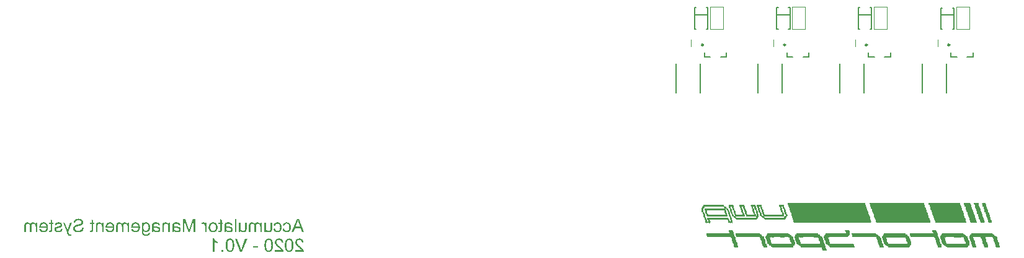
<source format=gbo>
G04*
G04 #@! TF.GenerationSoftware,Altium Limited,Altium Designer,22.0.2 (36)*
G04*
G04 Layer_Color=32896*
%FSLAX25Y25*%
%MOIN*%
G70*
G04*
G04 #@! TF.SameCoordinates,5A643F03-C439-4DF5-9915-15B1C7EAFC9B*
G04*
G04*
G04 #@! TF.FilePolarity,Positive*
G04*
G01*
G75*
%ADD11C,0.00984*%
%ADD12C,0.00787*%
%ADD15C,0.00394*%
G36*
X414000Y62262D02*
X414250D01*
Y61511D01*
X414500D01*
Y60760D01*
X414751D01*
Y60259D01*
X415001D01*
Y59508D01*
X415251D01*
Y58757D01*
X415502D01*
Y58006D01*
X415752D01*
Y57505D01*
X416003D01*
Y56754D01*
X415752D01*
Y56503D01*
X415502D01*
Y56002D01*
X415251D01*
Y55752D01*
X415001D01*
Y55251D01*
X414751D01*
Y55001D01*
X403733D01*
Y55251D01*
X403483D01*
Y55502D01*
X402982D01*
Y56002D01*
X402481D01*
Y56253D01*
X401980D01*
Y56503D01*
X401730D01*
Y56754D01*
X401480D01*
Y57004D01*
X401229D01*
Y57505D01*
X400979D01*
Y58506D01*
X400728D01*
Y59007D01*
X400478D01*
Y60009D01*
X400228D01*
Y60510D01*
X399977D01*
Y61261D01*
X399727D01*
Y62012D01*
X399476D01*
Y62763D01*
X401980D01*
Y62262D01*
X402231D01*
Y61511D01*
X402481D01*
Y60510D01*
X402732D01*
Y60259D01*
X402982D01*
Y59258D01*
X403232D01*
Y58757D01*
X403483D01*
Y57755D01*
X403733D01*
Y57505D01*
X412998D01*
Y58757D01*
X412747D01*
Y59007D01*
X412497D01*
Y60009D01*
X412247D01*
Y60510D01*
X411996D01*
Y61511D01*
X411746D01*
Y61762D01*
X411495D01*
Y62763D01*
X414000D01*
Y62262D01*
D02*
G37*
G36*
X398725D02*
X398976D01*
Y61261D01*
X399476D01*
Y60009D01*
X399727D01*
Y59508D01*
X399977D01*
Y58506D01*
X400228D01*
Y58006D01*
X400478D01*
Y56253D01*
X400228D01*
Y56002D01*
X399977D01*
Y55502D01*
X399727D01*
Y55251D01*
X399476D01*
Y55001D01*
X388459D01*
Y55251D01*
X388208D01*
Y55502D01*
X387708D01*
Y55752D01*
X387457D01*
Y56002D01*
X386956D01*
Y56503D01*
X386456D01*
Y56754D01*
X386205D01*
Y57004D01*
X385955D01*
Y58006D01*
X385704D01*
Y58506D01*
X385454D01*
Y59258D01*
X385204D01*
Y60009D01*
X384953D01*
Y60760D01*
X384703D01*
Y61261D01*
X384453D01*
Y62012D01*
Y62262D01*
Y62763D01*
X386706D01*
Y62513D01*
X386956D01*
Y61511D01*
X387207D01*
Y61010D01*
X387457D01*
Y60009D01*
X387708D01*
Y59508D01*
X387958D01*
Y58506D01*
X388208D01*
Y58006D01*
X388459D01*
Y57505D01*
X391714D01*
Y58506D01*
X391464D01*
Y59007D01*
X391213D01*
Y60009D01*
X390963D01*
Y60259D01*
X390712D01*
Y61261D01*
X390462D01*
Y61762D01*
X390212D01*
Y62763D01*
X392716D01*
Y62262D01*
X392966D01*
Y61511D01*
X393216D01*
Y60760D01*
X393467D01*
Y60259D01*
X393717D01*
Y59508D01*
X393968D01*
Y58757D01*
X394218D01*
Y58006D01*
X394468D01*
Y57505D01*
X397974D01*
Y57755D01*
X397724D01*
Y58506D01*
X397473D01*
Y59258D01*
X397223D01*
Y60009D01*
X396972D01*
Y60760D01*
X396722D01*
Y61762D01*
X396472D01*
Y62262D01*
X396221D01*
Y62513D01*
X396472D01*
Y62763D01*
X398725D01*
Y62262D01*
D02*
G37*
G36*
X522422Y63264D02*
X522673D01*
Y62763D01*
X522923D01*
Y61762D01*
X523173D01*
Y61010D01*
X523424D01*
Y60259D01*
X523674D01*
Y59758D01*
X523924D01*
Y59007D01*
X524175D01*
Y58506D01*
X524425D01*
Y57505D01*
X524676D01*
Y56503D01*
X524926D01*
Y56253D01*
X525176D01*
Y55001D01*
X525427D01*
Y54500D01*
X525677D01*
Y53749D01*
X525928D01*
Y53498D01*
X525677D01*
Y53248D01*
X524175D01*
Y53498D01*
X523924D01*
Y54500D01*
X523674D01*
Y55001D01*
X523424D01*
Y55251D01*
Y55502D01*
Y56002D01*
X523173D01*
Y56503D01*
X522923D01*
Y57505D01*
X522673D01*
Y57755D01*
X522422D01*
Y58757D01*
X522172D01*
Y59007D01*
X521921D01*
Y60259D01*
X521671D01*
Y60510D01*
X521420D01*
Y61762D01*
X521170D01*
Y62012D01*
X520920D01*
Y63014D01*
X520669D01*
Y63264D01*
X520419D01*
Y63514D01*
X520669D01*
Y63765D01*
X522422D01*
Y63264D01*
D02*
G37*
G36*
X518666Y63014D02*
X518917D01*
Y62262D01*
X519167D01*
Y61511D01*
X519417D01*
Y60760D01*
X519668D01*
Y60259D01*
X519918D01*
Y59508D01*
X520168D01*
Y58757D01*
X520419D01*
Y58006D01*
X520669D01*
Y57505D01*
X520920D01*
Y56503D01*
X521170D01*
Y56002D01*
X521420D01*
Y55001D01*
X521671D01*
Y54500D01*
X521921D01*
Y53999D01*
X522172D01*
Y53498D01*
X521921D01*
Y53248D01*
X519918D01*
Y53498D01*
X519668D01*
Y53749D01*
X519417D01*
Y55001D01*
X519167D01*
Y55251D01*
X518917D01*
Y56253D01*
X518666D01*
Y56503D01*
X518416D01*
Y56754D01*
Y57755D01*
X518165D01*
Y58006D01*
X517915D01*
Y59007D01*
X517664D01*
Y59508D01*
X517414D01*
Y60510D01*
X517164D01*
Y61261D01*
X516913D01*
Y61762D01*
X516663D01*
Y62763D01*
X516412D01*
Y63264D01*
X516162D01*
Y63765D01*
X518666D01*
Y63014D01*
D02*
G37*
G36*
X514159Y63514D02*
X514409D01*
Y62763D01*
X514660D01*
Y61762D01*
X514910D01*
Y61511D01*
X515161D01*
Y60510D01*
X515411D01*
Y60009D01*
X515661D01*
Y59007D01*
X515912D01*
Y58757D01*
X516162D01*
Y57755D01*
X516412D01*
Y57254D01*
X516663D01*
Y56503D01*
X516913D01*
Y55752D01*
X517164D01*
Y54750D01*
X517414D01*
Y53999D01*
X517664D01*
Y53248D01*
X514409D01*
Y53498D01*
X514159D01*
Y54500D01*
X513908D01*
Y55001D01*
X513658D01*
Y56002D01*
X513408D01*
Y56503D01*
X513157D01*
Y57505D01*
X512907D01*
Y58006D01*
X512656D01*
Y59007D01*
X512406D01*
Y59258D01*
X512156D01*
Y60259D01*
X511905D01*
Y60760D01*
X511655D01*
Y61762D01*
X511405D01*
Y62012D01*
X511154D01*
Y63014D01*
X510904D01*
Y63765D01*
X514159D01*
Y63514D01*
D02*
G37*
G36*
X508650D02*
X508901D01*
Y62763D01*
X509151D01*
Y62262D01*
X509401D01*
Y61261D01*
X509652D01*
Y60760D01*
X509902D01*
Y59758D01*
X510152D01*
Y59508D01*
X510403D01*
Y58506D01*
X510653D01*
Y57505D01*
X510904D01*
Y57004D01*
X511154D01*
Y56002D01*
X511405D01*
Y55502D01*
X511655D01*
Y54500D01*
X511905D01*
Y53999D01*
X512156D01*
Y53248D01*
X495379D01*
Y54250D01*
X495129D01*
Y54750D01*
X494878D01*
Y55752D01*
X494628D01*
Y56002D01*
X494377D01*
Y57004D01*
X494127D01*
Y57505D01*
X493877D01*
Y58506D01*
X493626D01*
Y59007D01*
X493376D01*
Y60009D01*
X493125D01*
Y60259D01*
X492875D01*
Y61261D01*
X492625D01*
Y61762D01*
X492374D01*
Y62763D01*
X492124D01*
Y63014D01*
X491873D01*
Y63765D01*
X508650D01*
Y63514D01*
D02*
G37*
G36*
X489369Y63014D02*
X489620D01*
Y62513D01*
X489870D01*
Y61511D01*
X490121D01*
Y61261D01*
X490371D01*
Y60259D01*
X490622D01*
Y59758D01*
X490872D01*
Y58757D01*
X491122D01*
Y58506D01*
X491373D01*
Y57254D01*
X491623D01*
Y56754D01*
X491873D01*
Y56002D01*
X492124D01*
Y55502D01*
X492374D01*
Y54500D01*
X492625D01*
Y53999D01*
X492875D01*
Y53498D01*
X492625D01*
Y53248D01*
X463829D01*
Y53498D01*
X463578D01*
Y53999D01*
X463328D01*
Y54750D01*
X463078D01*
Y55502D01*
X462827D01*
Y56253D01*
X462577D01*
Y57004D01*
X462326D01*
Y57755D01*
X462076D01*
Y58506D01*
X461826D01*
Y59258D01*
X461575D01*
Y59758D01*
X461325D01*
Y60510D01*
X461074D01*
Y61010D01*
X460824D01*
Y62012D01*
X460574D01*
Y62763D01*
X460323D01*
Y63264D01*
X460073D01*
Y63765D01*
X489369D01*
Y63014D01*
D02*
G37*
G36*
X457819D02*
X458070D01*
Y62012D01*
X458320D01*
Y61261D01*
X458570D01*
Y60760D01*
X458821D01*
Y60009D01*
X459071D01*
Y59258D01*
X459322D01*
Y58757D01*
X459572D01*
Y57755D01*
X459822D01*
Y57254D01*
X460073D01*
Y56503D01*
X460323D01*
Y55752D01*
X460574D01*
Y55001D01*
X460824D01*
Y53999D01*
X461074D01*
Y53498D01*
X460824D01*
Y53248D01*
X419508D01*
Y53498D01*
X419258D01*
Y54500D01*
X419007D01*
Y55001D01*
X418757D01*
Y56002D01*
X418507D01*
Y56754D01*
X418256D01*
Y57505D01*
X418006D01*
Y58506D01*
X417756D01*
Y59007D01*
X417505D01*
Y60009D01*
X417255D01*
Y60259D01*
X417004D01*
Y61261D01*
X416754D01*
Y61762D01*
X416503D01*
Y62763D01*
X416253D01*
Y63264D01*
X416003D01*
Y63765D01*
X457819D01*
Y63014D01*
D02*
G37*
G36*
X381698Y62262D02*
X382199D01*
Y62012D01*
X382449D01*
Y61762D01*
X382950D01*
Y61511D01*
X383201D01*
Y61261D01*
X383451D01*
Y61010D01*
X383701D01*
Y60760D01*
X384202D01*
Y60259D01*
X384453D01*
Y59508D01*
X384703D01*
Y59007D01*
X384953D01*
Y58006D01*
X385204D01*
Y57505D01*
X385454D01*
Y56503D01*
X385704D01*
Y56002D01*
X385955D01*
Y55001D01*
X386205D01*
Y54500D01*
X386456D01*
Y52998D01*
X385955D01*
Y53248D01*
X385454D01*
Y52998D01*
X385204D01*
Y53248D01*
X384202D01*
Y53498D01*
X383952D01*
Y54500D01*
X383701D01*
Y54750D01*
X374186D01*
Y54500D01*
X374436D01*
Y53749D01*
X374687D01*
Y53498D01*
X374436D01*
Y52998D01*
X373936D01*
Y53248D01*
X372934D01*
Y52998D01*
X372433D01*
Y53248D01*
X371933D01*
Y54500D01*
X371682D01*
Y54750D01*
X371432D01*
Y55752D01*
X371181D01*
Y56253D01*
X370931D01*
Y57254D01*
X370680D01*
Y57755D01*
X370430D01*
Y58757D01*
X370180D01*
Y59007D01*
X369929D01*
Y60259D01*
X369679D01*
Y60760D01*
X369929D01*
Y61261D01*
X370180D01*
Y61762D01*
X370430D01*
Y62262D01*
X370931D01*
Y62763D01*
X381698D01*
Y62262D01*
D02*
G37*
G36*
X526178Y47238D02*
X526428D01*
Y46988D01*
X526679D01*
Y46738D01*
X527180D01*
Y46237D01*
X527680D01*
Y45987D01*
X528181D01*
Y45736D01*
X528432D01*
Y45486D01*
X528682D01*
Y44234D01*
X528932D01*
Y43983D01*
X529183D01*
Y42982D01*
X529433D01*
Y42481D01*
X529684D01*
Y41479D01*
X529934D01*
Y40979D01*
X530184D01*
Y39977D01*
X528181D01*
Y40227D01*
X527931D01*
Y40728D01*
X527680D01*
Y41479D01*
X527430D01*
Y42481D01*
X527180D01*
Y43232D01*
X526929D01*
Y43733D01*
X526679D01*
Y44484D01*
X526428D01*
Y45235D01*
X526178D01*
Y45486D01*
X522422D01*
Y44484D01*
X522673D01*
Y43983D01*
X522923D01*
Y42982D01*
X523173D01*
Y42481D01*
X523424D01*
Y41479D01*
X523674D01*
Y40979D01*
X523924D01*
Y39977D01*
X521921D01*
Y40227D01*
X521671D01*
Y40478D01*
X521420D01*
Y41479D01*
X521170D01*
Y41980D01*
X520920D01*
Y42982D01*
X520669D01*
Y43483D01*
X520419D01*
Y44484D01*
X520168D01*
Y44985D01*
X519918D01*
Y45486D01*
X515912D01*
Y44985D01*
X516162D01*
Y44234D01*
Y43983D01*
X516412D01*
Y43483D01*
X516663D01*
Y42481D01*
X516913D01*
Y41980D01*
X517164D01*
Y40979D01*
X517414D01*
Y39977D01*
X515411D01*
Y40478D01*
X515161D01*
Y41479D01*
X514910D01*
Y41980D01*
X514660D01*
Y42982D01*
X514409D01*
Y43483D01*
X514159D01*
Y44484D01*
X513908D01*
Y44985D01*
X513658D01*
Y45987D01*
X513908D01*
Y46237D01*
X514159D01*
Y46738D01*
X514409D01*
Y46988D01*
X514660D01*
Y47489D01*
X526178D01*
Y47238D01*
D02*
G37*
G36*
X510403D02*
X510653D01*
Y46988D01*
X511154D01*
Y46738D01*
X511405D01*
Y46487D01*
X511655D01*
Y46237D01*
X512156D01*
Y45987D01*
X512656D01*
Y45486D01*
X512907D01*
Y44985D01*
X513157D01*
Y43983D01*
X513408D01*
Y43483D01*
X513658D01*
Y42481D01*
X513908D01*
Y41479D01*
X513658D01*
Y40979D01*
X513408D01*
Y40728D01*
X513157D01*
Y40227D01*
X512907D01*
Y39977D01*
X501639D01*
Y40227D01*
X501138D01*
Y40478D01*
X500637D01*
Y40979D01*
X500137D01*
Y41229D01*
X499886D01*
Y41479D01*
X499385D01*
Y41730D01*
X499135D01*
Y42481D01*
X498885D01*
Y42982D01*
X498634D01*
Y43983D01*
X498384D01*
Y44484D01*
X498133D01*
Y46237D01*
X498384D01*
Y46487D01*
X498634D01*
Y46988D01*
X498885D01*
Y47238D01*
X499135D01*
Y47489D01*
X510403D01*
Y47238D01*
D02*
G37*
G36*
X495880Y48991D02*
X496130D01*
Y48240D01*
X496381D01*
Y47489D01*
X496631D01*
Y46738D01*
X496881D01*
Y45987D01*
X497132D01*
Y45235D01*
X497382D01*
Y44484D01*
X497633D01*
Y43733D01*
X497883D01*
Y42982D01*
X498133D01*
Y41980D01*
X498384D01*
Y41730D01*
X498634D01*
Y40728D01*
X498885D01*
Y39977D01*
X496631D01*
Y40979D01*
X496381D01*
Y41479D01*
X496130D01*
Y42481D01*
X495880D01*
Y43483D01*
X495629D01*
Y43983D01*
X495379D01*
Y44985D01*
X495129D01*
Y45235D01*
X494878D01*
Y45486D01*
X482108D01*
Y46237D01*
X481857D01*
Y47489D01*
X494377D01*
Y47739D01*
X494127D01*
Y47990D01*
Y48240D01*
X493877D01*
Y49242D01*
X495880D01*
Y48991D01*
D02*
G37*
G36*
X479354Y47238D02*
X479604D01*
Y46988D01*
X479854D01*
Y46738D01*
X480355D01*
Y46237D01*
X480856D01*
Y45987D01*
X481357D01*
Y45736D01*
X481607D01*
Y44985D01*
X481857D01*
Y44234D01*
X482108D01*
Y43232D01*
X482358D01*
Y42731D01*
X482609D01*
Y41479D01*
X482358D01*
Y41229D01*
X482108D01*
Y40728D01*
X481857D01*
Y40227D01*
X481607D01*
Y39977D01*
X470089D01*
Y40478D01*
X469588D01*
Y40728D01*
X469338D01*
Y40979D01*
X468837D01*
Y41229D01*
X468586D01*
Y41479D01*
X468086D01*
Y41980D01*
X467835D01*
Y42731D01*
X467585D01*
Y43232D01*
X467334D01*
Y43983D01*
X467084D01*
Y44734D01*
X466834D01*
Y45987D01*
X467084D01*
Y46237D01*
X467334D01*
Y46738D01*
X467585D01*
Y46988D01*
X467835D01*
Y47489D01*
X479354D01*
Y47238D01*
D02*
G37*
G36*
X463578D02*
X463829D01*
Y46988D01*
X464079D01*
Y46738D01*
X464330D01*
Y46487D01*
X464830D01*
Y46237D01*
X465081D01*
Y45987D01*
X465832D01*
Y45235D01*
X466082D01*
Y44985D01*
X466333D01*
Y43733D01*
X466583D01*
Y43483D01*
X466834D01*
Y42230D01*
X467084D01*
Y41980D01*
X467334D01*
Y40979D01*
X467585D01*
Y40478D01*
X467835D01*
Y39977D01*
X465331D01*
Y40979D01*
X465081D01*
Y41479D01*
X464830D01*
Y42481D01*
X464580D01*
Y42982D01*
X464330D01*
Y43983D01*
X464079D01*
Y44484D01*
X463829D01*
Y45486D01*
X450808D01*
Y46738D01*
X450558D01*
Y46988D01*
X450307D01*
Y47238D01*
X450558D01*
Y47489D01*
X463578D01*
Y47238D01*
D02*
G37*
G36*
X449055Y48741D02*
X449306D01*
Y47739D01*
X449556D01*
Y46988D01*
X449306D01*
Y46487D01*
X449055D01*
Y46237D01*
X448805D01*
Y45987D01*
X448555D01*
Y45486D01*
X438288D01*
Y45235D01*
X437787D01*
Y44985D01*
X438038D01*
Y44234D01*
X438288D01*
Y43483D01*
X438539D01*
Y42731D01*
X438789D01*
Y41980D01*
X451559D01*
Y41479D01*
X451810D01*
Y40478D01*
X452060D01*
Y39977D01*
X438789D01*
Y40227D01*
X438539D01*
Y40478D01*
X438288D01*
Y40728D01*
X438038D01*
Y40979D01*
X437787D01*
Y41229D01*
X437287D01*
Y41479D01*
X436786D01*
Y41980D01*
X436535D01*
Y42481D01*
X436285D01*
Y43483D01*
X436035D01*
Y43983D01*
X435784D01*
Y44985D01*
X435534D01*
Y45235D01*
X435283D01*
Y45736D01*
X435534D01*
Y45987D01*
X435784D01*
Y46487D01*
X436035D01*
Y46738D01*
X436285D01*
Y47238D01*
X436535D01*
Y47489D01*
X447302D01*
Y48240D01*
X447052D01*
Y48741D01*
X446802D01*
Y49242D01*
X449055D01*
Y48741D01*
D02*
G37*
G36*
X416503Y47238D02*
X417004D01*
Y46988D01*
X417255D01*
Y46738D01*
X417505D01*
Y46487D01*
X418006D01*
Y46237D01*
X418256D01*
Y45987D01*
X418757D01*
Y45486D01*
X419007D01*
Y45235D01*
X419258D01*
Y44234D01*
X419508D01*
Y43983D01*
X419759D01*
Y42731D01*
X420009D01*
Y42230D01*
X420260D01*
Y41730D01*
X420009D01*
Y41479D01*
X419759D01*
Y40979D01*
X419508D01*
Y40728D01*
X419258D01*
Y40227D01*
X419007D01*
Y39977D01*
X407739D01*
Y40227D01*
X407239D01*
Y40478D01*
X406988D01*
Y40728D01*
X406738D01*
Y40979D01*
X406237D01*
Y41229D01*
X405987D01*
Y41479D01*
X405736D01*
Y41730D01*
X405486D01*
Y41980D01*
X405235D01*
Y42481D01*
X404985D01*
Y43232D01*
X404735D01*
Y44234D01*
X404484D01*
Y44734D01*
X404234D01*
Y45987D01*
X404484D01*
Y46237D01*
X404735D01*
Y46738D01*
X404985D01*
Y46988D01*
X405235D01*
Y47489D01*
X416503D01*
Y47238D01*
D02*
G37*
G36*
X400979D02*
X401480D01*
Y46738D01*
X401980D01*
Y46487D01*
X402231D01*
Y46237D01*
X402481D01*
Y45987D01*
X403232D01*
Y45736D01*
X403483D01*
Y44484D01*
X403733D01*
Y44234D01*
X403984D01*
Y43232D01*
X404234D01*
Y41980D01*
X404484D01*
Y41730D01*
X404735D01*
Y40979D01*
X404985D01*
Y40227D01*
X405235D01*
Y39977D01*
X402982D01*
Y40478D01*
X402732D01*
Y40979D01*
X402481D01*
Y41980D01*
X402231D01*
Y42481D01*
X401980D01*
Y43483D01*
X401730D01*
Y43983D01*
X401480D01*
Y44734D01*
X401229D01*
Y45235D01*
X400979D01*
Y45486D01*
X388459D01*
Y46237D01*
X388208D01*
Y46738D01*
X387958D01*
Y47489D01*
X400979D01*
Y47238D01*
D02*
G37*
G36*
X386456Y48741D02*
X386706D01*
Y48240D01*
X386956D01*
Y47238D01*
X387207D01*
Y46738D01*
X387457D01*
Y45987D01*
X387708D01*
Y45486D01*
X387958D01*
Y44484D01*
X388208D01*
Y43983D01*
X388459D01*
Y42982D01*
X388709D01*
Y42481D01*
X388960D01*
Y41479D01*
X389210D01*
Y40979D01*
X389460D01*
Y39977D01*
X387457D01*
Y40227D01*
X387207D01*
Y40728D01*
X386956D01*
Y41980D01*
X386706D01*
Y42230D01*
X386456D01*
Y43232D01*
X386205D01*
Y43733D01*
X385955D01*
Y44734D01*
X385704D01*
Y45235D01*
X385454D01*
Y45486D01*
X372934D01*
Y45987D01*
X372684D01*
Y46237D01*
X372433D01*
Y47489D01*
X384703D01*
Y48240D01*
X384453D01*
Y49242D01*
X386456D01*
Y48741D01*
D02*
G37*
G36*
X432279Y47238D02*
X432529D01*
Y46988D01*
X432779D01*
Y46738D01*
X433280D01*
Y46487D01*
X433531D01*
Y46237D01*
X433781D01*
Y45987D01*
X434282D01*
Y45736D01*
X434532D01*
Y45486D01*
X434783D01*
Y44734D01*
X435033D01*
Y43983D01*
X435283D01*
Y42982D01*
X435534D01*
Y42481D01*
X435784D01*
Y41730D01*
X436035D01*
Y40979D01*
X436285D01*
Y40227D01*
X436535D01*
Y39476D01*
X436786D01*
Y38725D01*
X437036D01*
Y38224D01*
X434783D01*
Y38975D01*
X434282D01*
Y39977D01*
X423264D01*
Y40227D01*
X423014D01*
Y40478D01*
X422763D01*
Y40728D01*
X422263D01*
Y40979D01*
X422012D01*
Y41229D01*
X421762D01*
Y41479D01*
X421261D01*
Y41730D01*
X421011D01*
Y41980D01*
X420760D01*
Y42982D01*
X420510D01*
Y43483D01*
X420260D01*
Y44484D01*
X420009D01*
Y44985D01*
X419759D01*
Y45987D01*
X420260D01*
Y46738D01*
X420510D01*
Y46988D01*
X420760D01*
Y47489D01*
X432279D01*
Y47238D01*
D02*
G37*
G36*
X71534Y53416D02*
X71759Y53375D01*
X71963Y53314D01*
X72136Y53253D01*
X72279Y53192D01*
X72381Y53131D01*
X72422Y53110D01*
X72452Y53090D01*
X72462Y53079D01*
X72473D01*
X72646Y52947D01*
X72799Y52784D01*
X72932Y52631D01*
X73044Y52478D01*
X73125Y52335D01*
X73187Y52223D01*
X73207Y52182D01*
X73227Y52151D01*
X73238Y52131D01*
Y52121D01*
X73329Y51886D01*
X73391Y51652D01*
X73442Y51427D01*
X73472Y51223D01*
X73493Y51039D01*
Y50968D01*
X73503Y50897D01*
Y50846D01*
Y50805D01*
Y50784D01*
Y50774D01*
X73493Y50581D01*
X73482Y50387D01*
X73411Y50040D01*
X73370Y49877D01*
X73319Y49734D01*
X73268Y49591D01*
X73217Y49469D01*
X73166Y49346D01*
X73115Y49244D01*
X73064Y49163D01*
X73023Y49081D01*
X72983Y49030D01*
X72952Y48979D01*
X72942Y48959D01*
X72932Y48948D01*
X72819Y48816D01*
X72697Y48704D01*
X72564Y48602D01*
X72432Y48510D01*
X72289Y48439D01*
X72156Y48377D01*
X72024Y48326D01*
X71891Y48285D01*
X71769Y48255D01*
X71657Y48235D01*
X71555Y48214D01*
X71463Y48204D01*
X71391D01*
X71340Y48194D01*
X71289D01*
X71136Y48204D01*
X70983Y48224D01*
X70841Y48255D01*
X70708Y48296D01*
X70473Y48408D01*
X70259Y48530D01*
X70178Y48592D01*
X70096Y48653D01*
X70025Y48714D01*
X69974Y48765D01*
X69933Y48806D01*
X69902Y48836D01*
X69882Y48857D01*
X69872Y48867D01*
Y48714D01*
Y48581D01*
X69882Y48449D01*
Y48336D01*
Y48235D01*
X69892Y48143D01*
Y48061D01*
X69902Y47990D01*
X69912Y47888D01*
X69923Y47806D01*
X69933Y47765D01*
Y47755D01*
X69984Y47602D01*
X70055Y47469D01*
X70127Y47357D01*
X70198Y47255D01*
X70269Y47184D01*
X70331Y47123D01*
X70371Y47092D01*
X70382Y47082D01*
X70514Y47000D01*
X70667Y46939D01*
X70820Y46898D01*
X70963Y46868D01*
X71106Y46847D01*
X71208Y46837D01*
X71310D01*
X71504Y46847D01*
X71687Y46878D01*
X71840Y46919D01*
X71963Y46970D01*
X72065Y47010D01*
X72136Y47051D01*
X72177Y47082D01*
X72197Y47092D01*
X72279Y47164D01*
X72340Y47255D01*
X72391Y47347D01*
X72432Y47439D01*
X72452Y47531D01*
X72473Y47602D01*
X72483Y47643D01*
Y47663D01*
X73329Y47776D01*
Y47622D01*
X73309Y47490D01*
X73289Y47357D01*
X73258Y47235D01*
X73166Y47021D01*
X73064Y46847D01*
X72962Y46715D01*
X72881Y46623D01*
X72809Y46562D01*
X72799Y46551D01*
X72789Y46541D01*
X72564Y46398D01*
X72320Y46297D01*
X72075Y46225D01*
X71840Y46174D01*
X71728Y46154D01*
X71626Y46143D01*
X71544Y46133D01*
X71463D01*
X71402Y46123D01*
X71310D01*
X71034Y46133D01*
X70779Y46174D01*
X70555Y46215D01*
X70371Y46276D01*
X70218Y46327D01*
X70157Y46347D01*
X70106Y46378D01*
X70065Y46388D01*
X70035Y46409D01*
X70025Y46419D01*
X70014D01*
X69831Y46531D01*
X69668Y46664D01*
X69535Y46796D01*
X69423Y46919D01*
X69341Y47031D01*
X69290Y47123D01*
X69249Y47184D01*
X69239Y47194D01*
Y47204D01*
X69198Y47306D01*
X69158Y47418D01*
X69127Y47541D01*
X69096Y47673D01*
X69056Y47959D01*
X69025Y48235D01*
X69015Y48367D01*
X69005Y48489D01*
Y48602D01*
X68994Y48693D01*
Y48775D01*
Y48836D01*
Y48877D01*
Y48887D01*
Y53314D01*
X69790D01*
Y52682D01*
X69902Y52814D01*
X70025Y52926D01*
X70147Y53029D01*
X70269Y53110D01*
X70402Y53181D01*
X70524Y53243D01*
X70647Y53294D01*
X70759Y53334D01*
X70871Y53365D01*
X70973Y53386D01*
X71065Y53406D01*
X71136Y53416D01*
X71198Y53426D01*
X71289D01*
X71534Y53416D01*
D02*
G37*
G36*
X131367D02*
X131541Y53386D01*
X131694Y53355D01*
X131826Y53314D01*
X131939Y53263D01*
X132020Y53233D01*
X132071Y53202D01*
X132092Y53192D01*
X132234Y53100D01*
X132357Y52998D01*
X132469Y52896D01*
X132561Y52794D01*
X132632Y52712D01*
X132693Y52641D01*
X132724Y52600D01*
X132734Y52580D01*
Y53314D01*
X133509D01*
Y48194D01*
X132642D01*
Y50846D01*
X132632Y51091D01*
X132622Y51305D01*
X132602Y51488D01*
X132571Y51641D01*
X132540Y51753D01*
X132520Y51835D01*
X132510Y51886D01*
X132500Y51907D01*
X132438Y52039D01*
X132367Y52151D01*
X132296Y52253D01*
X132224Y52335D01*
X132153Y52396D01*
X132102Y52437D01*
X132061Y52468D01*
X132051Y52478D01*
X131928Y52539D01*
X131816Y52590D01*
X131694Y52621D01*
X131592Y52651D01*
X131510Y52661D01*
X131439Y52671D01*
X131378D01*
X131204Y52661D01*
X131061Y52631D01*
X130939Y52580D01*
X130847Y52529D01*
X130776Y52468D01*
X130725Y52427D01*
X130694Y52386D01*
X130684Y52376D01*
X130613Y52253D01*
X130562Y52121D01*
X130521Y51978D01*
X130500Y51835D01*
X130480Y51713D01*
X130470Y51600D01*
Y51560D01*
Y51539D01*
Y51519D01*
Y51509D01*
Y48194D01*
X129603D01*
Y51162D01*
X129582Y51437D01*
X129542Y51672D01*
X129491Y51866D01*
X129419Y52029D01*
X129358Y52151D01*
X129297Y52233D01*
X129256Y52284D01*
X129246Y52304D01*
X129103Y52427D01*
X128950Y52518D01*
X128797Y52580D01*
X128654Y52631D01*
X128532Y52651D01*
X128430Y52661D01*
X128389Y52671D01*
X128338D01*
X128226Y52661D01*
X128134Y52651D01*
X128042Y52631D01*
X127971Y52600D01*
X127899Y52570D01*
X127859Y52549D01*
X127828Y52539D01*
X127818Y52529D01*
X127736Y52468D01*
X127675Y52406D01*
X127624Y52345D01*
X127583Y52284D01*
X127553Y52233D01*
X127532Y52192D01*
X127512Y52162D01*
Y52151D01*
X127481Y52060D01*
X127461Y51937D01*
X127451Y51815D01*
X127440Y51692D01*
X127430Y51580D01*
Y51488D01*
Y51427D01*
Y51417D01*
Y51407D01*
Y48194D01*
X126563D01*
Y51702D01*
Y51866D01*
X126584Y52008D01*
X126604Y52151D01*
X126624Y52274D01*
X126655Y52396D01*
X126696Y52498D01*
X126726Y52590D01*
X126767Y52682D01*
X126808Y52753D01*
X126839Y52824D01*
X126910Y52916D01*
X126951Y52978D01*
X126971Y52998D01*
X127134Y53141D01*
X127328Y53243D01*
X127522Y53324D01*
X127706Y53375D01*
X127879Y53406D01*
X127950Y53416D01*
X128022D01*
X128073Y53426D01*
X128144D01*
X128328Y53416D01*
X128491Y53386D01*
X128654Y53345D01*
X128807Y53284D01*
X128950Y53212D01*
X129083Y53141D01*
X129195Y53059D01*
X129307Y52978D01*
X129409Y52886D01*
X129491Y52804D01*
X129562Y52733D01*
X129623Y52661D01*
X129674Y52600D01*
X129705Y52559D01*
X129725Y52529D01*
X129735Y52518D01*
X129797Y52671D01*
X129878Y52804D01*
X129970Y52916D01*
X130052Y53008D01*
X130133Y53090D01*
X130194Y53141D01*
X130235Y53171D01*
X130256Y53181D01*
X130398Y53263D01*
X130551Y53324D01*
X130704Y53365D01*
X130857Y53396D01*
X130980Y53416D01*
X131092Y53426D01*
X131184D01*
X131367Y53416D01*
D02*
G37*
G36*
X60059D02*
X60233Y53386D01*
X60386Y53355D01*
X60518Y53314D01*
X60630Y53263D01*
X60712Y53233D01*
X60763Y53202D01*
X60783Y53192D01*
X60926Y53100D01*
X61049Y52998D01*
X61161Y52896D01*
X61253Y52794D01*
X61324Y52712D01*
X61385Y52641D01*
X61416Y52600D01*
X61426Y52580D01*
Y53314D01*
X62201D01*
Y48194D01*
X61334D01*
Y50846D01*
X61324Y51091D01*
X61314Y51305D01*
X61293Y51488D01*
X61263Y51641D01*
X61232Y51753D01*
X61212Y51835D01*
X61202Y51886D01*
X61191Y51907D01*
X61130Y52039D01*
X61059Y52151D01*
X60987Y52253D01*
X60916Y52335D01*
X60845Y52396D01*
X60794Y52437D01*
X60753Y52468D01*
X60743Y52478D01*
X60620Y52539D01*
X60508Y52590D01*
X60386Y52621D01*
X60284Y52651D01*
X60202Y52661D01*
X60131Y52671D01*
X60069D01*
X59896Y52661D01*
X59753Y52631D01*
X59631Y52580D01*
X59539Y52529D01*
X59468Y52468D01*
X59417Y52427D01*
X59386Y52386D01*
X59376Y52376D01*
X59304Y52253D01*
X59253Y52121D01*
X59213Y51978D01*
X59192Y51835D01*
X59172Y51713D01*
X59162Y51600D01*
Y51560D01*
Y51539D01*
Y51519D01*
Y51509D01*
Y48194D01*
X58295D01*
Y51162D01*
X58274Y51437D01*
X58233Y51672D01*
X58182Y51866D01*
X58111Y52029D01*
X58050Y52151D01*
X57989Y52233D01*
X57948Y52284D01*
X57938Y52304D01*
X57795Y52427D01*
X57642Y52518D01*
X57489Y52580D01*
X57346Y52631D01*
X57224Y52651D01*
X57122Y52661D01*
X57081Y52671D01*
X57030D01*
X56918Y52661D01*
X56826Y52651D01*
X56734Y52631D01*
X56663Y52600D01*
X56591Y52570D01*
X56550Y52549D01*
X56520Y52539D01*
X56510Y52529D01*
X56428Y52468D01*
X56367Y52406D01*
X56316Y52345D01*
X56275Y52284D01*
X56244Y52233D01*
X56224Y52192D01*
X56204Y52162D01*
Y52151D01*
X56173Y52060D01*
X56153Y51937D01*
X56142Y51815D01*
X56132Y51692D01*
X56122Y51580D01*
Y51488D01*
Y51427D01*
Y51417D01*
Y51407D01*
Y48194D01*
X55255D01*
Y51702D01*
Y51866D01*
X55275Y52008D01*
X55296Y52151D01*
X55316Y52274D01*
X55347Y52396D01*
X55388Y52498D01*
X55418Y52590D01*
X55459Y52682D01*
X55500Y52753D01*
X55530Y52824D01*
X55602Y52916D01*
X55643Y52978D01*
X55663Y52998D01*
X55826Y53141D01*
X56020Y53243D01*
X56214Y53324D01*
X56397Y53375D01*
X56571Y53406D01*
X56642Y53416D01*
X56714D01*
X56765Y53426D01*
X56836D01*
X57020Y53416D01*
X57183Y53386D01*
X57346Y53345D01*
X57499Y53284D01*
X57642Y53212D01*
X57774Y53141D01*
X57887Y53059D01*
X57999Y52978D01*
X58101Y52886D01*
X58182Y52804D01*
X58254Y52733D01*
X58315Y52661D01*
X58366Y52600D01*
X58397Y52559D01*
X58417Y52529D01*
X58427Y52518D01*
X58488Y52671D01*
X58570Y52804D01*
X58662Y52916D01*
X58743Y53008D01*
X58825Y53090D01*
X58886Y53141D01*
X58927Y53171D01*
X58947Y53181D01*
X59090Y53263D01*
X59243Y53324D01*
X59396Y53365D01*
X59549Y53396D01*
X59672Y53416D01*
X59784Y53426D01*
X59876D01*
X60059Y53416D01*
D02*
G37*
G36*
X10691D02*
X10865Y53386D01*
X11018Y53355D01*
X11150Y53314D01*
X11262Y53263D01*
X11344Y53233D01*
X11395Y53202D01*
X11415Y53192D01*
X11558Y53100D01*
X11681Y52998D01*
X11793Y52896D01*
X11885Y52794D01*
X11956Y52712D01*
X12017Y52641D01*
X12048Y52600D01*
X12058Y52580D01*
Y53314D01*
X12833D01*
Y48194D01*
X11966D01*
Y50846D01*
X11956Y51091D01*
X11946Y51305D01*
X11925Y51488D01*
X11895Y51641D01*
X11864Y51753D01*
X11844Y51835D01*
X11834Y51886D01*
X11823Y51907D01*
X11762Y52039D01*
X11691Y52151D01*
X11619Y52253D01*
X11548Y52335D01*
X11477Y52396D01*
X11426Y52437D01*
X11385Y52468D01*
X11375Y52478D01*
X11252Y52539D01*
X11140Y52590D01*
X11018Y52621D01*
X10916Y52651D01*
X10834Y52661D01*
X10763Y52671D01*
X10701D01*
X10528Y52661D01*
X10385Y52631D01*
X10263Y52580D01*
X10171Y52529D01*
X10100Y52468D01*
X10049Y52427D01*
X10018Y52386D01*
X10008Y52376D01*
X9936Y52253D01*
X9885Y52121D01*
X9845Y51978D01*
X9824Y51835D01*
X9804Y51713D01*
X9794Y51600D01*
Y51560D01*
Y51539D01*
Y51519D01*
Y51509D01*
Y48194D01*
X8927D01*
Y51162D01*
X8906Y51437D01*
X8865Y51672D01*
X8814Y51866D01*
X8743Y52029D01*
X8682Y52151D01*
X8621Y52233D01*
X8580Y52284D01*
X8570Y52304D01*
X8427Y52427D01*
X8274Y52518D01*
X8121Y52580D01*
X7978Y52631D01*
X7856Y52651D01*
X7754Y52661D01*
X7713Y52671D01*
X7662D01*
X7550Y52661D01*
X7458Y52651D01*
X7366Y52631D01*
X7295Y52600D01*
X7223Y52570D01*
X7182Y52549D01*
X7152Y52539D01*
X7142Y52529D01*
X7060Y52468D01*
X6999Y52406D01*
X6948Y52345D01*
X6907Y52284D01*
X6876Y52233D01*
X6856Y52192D01*
X6836Y52162D01*
Y52151D01*
X6805Y52060D01*
X6785Y51937D01*
X6774Y51815D01*
X6764Y51692D01*
X6754Y51580D01*
Y51488D01*
Y51427D01*
Y51417D01*
Y51407D01*
Y48194D01*
X5887D01*
Y51702D01*
Y51866D01*
X5907Y52008D01*
X5928Y52151D01*
X5948Y52274D01*
X5979Y52396D01*
X6020Y52498D01*
X6050Y52590D01*
X6091Y52682D01*
X6132Y52753D01*
X6162Y52824D01*
X6234Y52916D01*
X6275Y52978D01*
X6295Y52998D01*
X6458Y53141D01*
X6652Y53243D01*
X6846Y53324D01*
X7029Y53375D01*
X7203Y53406D01*
X7274Y53416D01*
X7346D01*
X7397Y53426D01*
X7468D01*
X7652Y53416D01*
X7815Y53386D01*
X7978Y53345D01*
X8131Y53284D01*
X8274Y53212D01*
X8406Y53141D01*
X8519Y53059D01*
X8631Y52978D01*
X8733Y52886D01*
X8814Y52804D01*
X8886Y52733D01*
X8947Y52661D01*
X8998Y52600D01*
X9029Y52559D01*
X9049Y52529D01*
X9059Y52518D01*
X9120Y52671D01*
X9202Y52804D01*
X9294Y52916D01*
X9375Y53008D01*
X9457Y53090D01*
X9518Y53141D01*
X9559Y53171D01*
X9579Y53181D01*
X9722Y53263D01*
X9875Y53324D01*
X10028Y53365D01*
X10181Y53396D01*
X10304Y53416D01*
X10416Y53426D01*
X10508D01*
X10691Y53416D01*
D02*
G37*
G36*
X115680D02*
X115894Y53396D01*
X116098Y53365D01*
X116261Y53334D01*
X116404Y53304D01*
X116506Y53273D01*
X116547Y53263D01*
X116577Y53253D01*
X116588Y53243D01*
X116598D01*
X116771Y53171D01*
X116924Y53079D01*
X117057Y52998D01*
X117169Y52916D01*
X117251Y52835D01*
X117312Y52773D01*
X117353Y52733D01*
X117363Y52723D01*
X117455Y52590D01*
X117536Y52447D01*
X117597Y52304D01*
X117648Y52172D01*
X117689Y52039D01*
X117720Y51947D01*
X117730Y51907D01*
Y51876D01*
X117740Y51866D01*
Y51855D01*
X116894Y51743D01*
X116832Y51927D01*
X116771Y52090D01*
X116700Y52223D01*
X116639Y52325D01*
X116577Y52406D01*
X116526Y52457D01*
X116486Y52488D01*
X116475Y52498D01*
X116353Y52570D01*
X116210Y52621D01*
X116057Y52661D01*
X115914Y52682D01*
X115772Y52702D01*
X115670Y52712D01*
X115568D01*
X115333Y52702D01*
X115129Y52671D01*
X114966Y52621D01*
X114823Y52570D01*
X114721Y52508D01*
X114639Y52468D01*
X114588Y52427D01*
X114578Y52416D01*
X114497Y52325D01*
X114435Y52213D01*
X114384Y52090D01*
X114354Y51968D01*
X114333Y51855D01*
X114323Y51753D01*
Y51692D01*
Y51682D01*
Y51672D01*
Y51652D01*
Y51611D01*
Y51539D01*
X114333Y51478D01*
Y51458D01*
Y51447D01*
X114435Y51417D01*
X114548Y51386D01*
X114782Y51325D01*
X115047Y51274D01*
X115292Y51223D01*
X115415Y51203D01*
X115527Y51192D01*
X115629Y51172D01*
X115710Y51162D01*
X115782Y51152D01*
X115833D01*
X115874Y51142D01*
X115884D01*
X116067Y51121D01*
X116220Y51091D01*
X116353Y51070D01*
X116455Y51050D01*
X116537Y51039D01*
X116598Y51019D01*
X116639Y51009D01*
X116649D01*
X116781Y50968D01*
X116894Y50927D01*
X117006Y50876D01*
X117098Y50836D01*
X117179Y50795D01*
X117230Y50754D01*
X117271Y50734D01*
X117281Y50723D01*
X117383Y50652D01*
X117465Y50570D01*
X117546Y50489D01*
X117608Y50407D01*
X117659Y50336D01*
X117699Y50274D01*
X117720Y50234D01*
X117730Y50223D01*
X117781Y50111D01*
X117822Y49989D01*
X117852Y49877D01*
X117873Y49764D01*
X117883Y49673D01*
X117893Y49601D01*
Y49560D01*
Y49540D01*
X117883Y49418D01*
X117873Y49316D01*
X117822Y49101D01*
X117750Y48928D01*
X117669Y48775D01*
X117587Y48653D01*
X117516Y48561D01*
X117465Y48510D01*
X117444Y48489D01*
X117261Y48357D01*
X117057Y48255D01*
X116832Y48184D01*
X116628Y48133D01*
X116445Y48102D01*
X116363Y48092D01*
X116292D01*
X116231Y48081D01*
X116149D01*
X115965Y48092D01*
X115782Y48112D01*
X115619Y48133D01*
X115476Y48163D01*
X115364Y48194D01*
X115272Y48224D01*
X115211Y48235D01*
X115190Y48245D01*
X115017Y48316D01*
X114854Y48408D01*
X114701Y48510D01*
X114548Y48602D01*
X114425Y48693D01*
X114333Y48765D01*
X114272Y48816D01*
X114262Y48836D01*
X114252D01*
X114231Y48704D01*
X114211Y48581D01*
X114191Y48469D01*
X114160Y48377D01*
X114129Y48296D01*
X114109Y48245D01*
X114099Y48204D01*
X114089Y48194D01*
X113181D01*
X113232Y48306D01*
X113283Y48418D01*
X113324Y48520D01*
X113344Y48612D01*
X113375Y48693D01*
X113385Y48755D01*
X113395Y48796D01*
Y48806D01*
X113405Y48877D01*
X113415Y48969D01*
Y49071D01*
X113426Y49183D01*
X113436Y49438D01*
Y49693D01*
X113446Y49938D01*
Y50050D01*
Y50142D01*
Y50223D01*
Y50285D01*
Y50326D01*
Y50336D01*
Y51499D01*
Y51692D01*
X113456Y51866D01*
X113466Y51998D01*
Y52110D01*
X113477Y52192D01*
X113487Y52253D01*
X113497Y52284D01*
Y52294D01*
X113528Y52427D01*
X113568Y52539D01*
X113609Y52631D01*
X113660Y52723D01*
X113701Y52784D01*
X113732Y52835D01*
X113752Y52865D01*
X113762Y52876D01*
X113844Y52957D01*
X113936Y53039D01*
X114038Y53100D01*
X114140Y53161D01*
X114231Y53202D01*
X114303Y53233D01*
X114354Y53253D01*
X114374Y53263D01*
X114537Y53314D01*
X114711Y53355D01*
X114884Y53386D01*
X115058Y53406D01*
X115211Y53416D01*
X115323Y53426D01*
X115435D01*
X115680Y53416D01*
D02*
G37*
G36*
X87711D02*
X87926Y53396D01*
X88130Y53365D01*
X88293Y53334D01*
X88436Y53304D01*
X88538Y53273D01*
X88578Y53263D01*
X88609Y53253D01*
X88619Y53243D01*
X88629D01*
X88803Y53171D01*
X88956Y53079D01*
X89088Y52998D01*
X89201Y52916D01*
X89282Y52835D01*
X89343Y52773D01*
X89384Y52733D01*
X89394Y52723D01*
X89486Y52590D01*
X89568Y52447D01*
X89629Y52304D01*
X89680Y52172D01*
X89721Y52039D01*
X89751Y51947D01*
X89762Y51907D01*
Y51876D01*
X89772Y51866D01*
Y51855D01*
X88925Y51743D01*
X88864Y51927D01*
X88803Y52090D01*
X88731Y52223D01*
X88670Y52325D01*
X88609Y52406D01*
X88558Y52457D01*
X88517Y52488D01*
X88507Y52498D01*
X88385Y52570D01*
X88242Y52621D01*
X88089Y52661D01*
X87946Y52682D01*
X87803Y52702D01*
X87701Y52712D01*
X87599D01*
X87365Y52702D01*
X87161Y52671D01*
X86997Y52621D01*
X86855Y52570D01*
X86753Y52508D01*
X86671Y52468D01*
X86620Y52427D01*
X86610Y52416D01*
X86528Y52325D01*
X86467Y52213D01*
X86416Y52090D01*
X86385Y51968D01*
X86365Y51855D01*
X86355Y51753D01*
Y51692D01*
Y51682D01*
Y51672D01*
Y51652D01*
Y51611D01*
Y51539D01*
X86365Y51478D01*
Y51458D01*
Y51447D01*
X86467Y51417D01*
X86579Y51386D01*
X86814Y51325D01*
X87079Y51274D01*
X87324Y51223D01*
X87446Y51203D01*
X87558Y51192D01*
X87660Y51172D01*
X87742Y51162D01*
X87813Y51152D01*
X87864D01*
X87905Y51142D01*
X87915D01*
X88099Y51121D01*
X88252Y51091D01*
X88385Y51070D01*
X88487Y51050D01*
X88568Y51039D01*
X88629Y51019D01*
X88670Y51009D01*
X88680D01*
X88813Y50968D01*
X88925Y50927D01*
X89037Y50876D01*
X89129Y50836D01*
X89211Y50795D01*
X89262Y50754D01*
X89303Y50734D01*
X89313Y50723D01*
X89415Y50652D01*
X89496Y50570D01*
X89578Y50489D01*
X89639Y50407D01*
X89690Y50336D01*
X89731Y50274D01*
X89751Y50234D01*
X89762Y50223D01*
X89813Y50111D01*
X89853Y49989D01*
X89884Y49877D01*
X89904Y49764D01*
X89915Y49673D01*
X89925Y49601D01*
Y49560D01*
Y49540D01*
X89915Y49418D01*
X89904Y49316D01*
X89853Y49101D01*
X89782Y48928D01*
X89700Y48775D01*
X89619Y48653D01*
X89547Y48561D01*
X89496Y48510D01*
X89476Y48489D01*
X89292Y48357D01*
X89088Y48255D01*
X88864Y48184D01*
X88660Y48133D01*
X88476Y48102D01*
X88395Y48092D01*
X88323D01*
X88262Y48081D01*
X88181D01*
X87997Y48092D01*
X87813Y48112D01*
X87650Y48133D01*
X87507Y48163D01*
X87395Y48194D01*
X87303Y48224D01*
X87242Y48235D01*
X87222Y48245D01*
X87048Y48316D01*
X86885Y48408D01*
X86732Y48510D01*
X86579Y48602D01*
X86457Y48693D01*
X86365Y48765D01*
X86304Y48816D01*
X86294Y48836D01*
X86283D01*
X86263Y48704D01*
X86243Y48581D01*
X86222Y48469D01*
X86192Y48377D01*
X86161Y48296D01*
X86141Y48245D01*
X86130Y48204D01*
X86120Y48194D01*
X85212D01*
X85263Y48306D01*
X85314Y48418D01*
X85355Y48520D01*
X85376Y48612D01*
X85406Y48693D01*
X85416Y48755D01*
X85427Y48796D01*
Y48806D01*
X85437Y48877D01*
X85447Y48969D01*
Y49071D01*
X85457Y49183D01*
X85467Y49438D01*
Y49693D01*
X85478Y49938D01*
Y50050D01*
Y50142D01*
Y50223D01*
Y50285D01*
Y50326D01*
Y50336D01*
Y51499D01*
Y51692D01*
X85488Y51866D01*
X85498Y51998D01*
Y52110D01*
X85508Y52192D01*
X85518Y52253D01*
X85529Y52284D01*
Y52294D01*
X85559Y52427D01*
X85600Y52539D01*
X85641Y52631D01*
X85692Y52723D01*
X85733Y52784D01*
X85763Y52835D01*
X85784Y52865D01*
X85794Y52876D01*
X85875Y52957D01*
X85967Y53039D01*
X86069Y53100D01*
X86171Y53161D01*
X86263Y53202D01*
X86334Y53233D01*
X86385Y53253D01*
X86406Y53263D01*
X86569Y53314D01*
X86742Y53355D01*
X86916Y53386D01*
X87089Y53406D01*
X87242Y53416D01*
X87354Y53426D01*
X87467D01*
X87711Y53416D01*
D02*
G37*
G36*
X76736D02*
X76950Y53396D01*
X77154Y53365D01*
X77318Y53334D01*
X77460Y53304D01*
X77562Y53273D01*
X77603Y53263D01*
X77634Y53253D01*
X77644Y53243D01*
X77654D01*
X77828Y53171D01*
X77981Y53079D01*
X78113Y52998D01*
X78225Y52916D01*
X78307Y52835D01*
X78368Y52773D01*
X78409Y52733D01*
X78419Y52723D01*
X78511Y52590D01*
X78593Y52447D01*
X78654Y52304D01*
X78705Y52172D01*
X78746Y52039D01*
X78776Y51947D01*
X78786Y51907D01*
Y51876D01*
X78797Y51866D01*
Y51855D01*
X77950Y51743D01*
X77889Y51927D01*
X77828Y52090D01*
X77756Y52223D01*
X77695Y52325D01*
X77634Y52406D01*
X77583Y52457D01*
X77542Y52488D01*
X77532Y52498D01*
X77409Y52570D01*
X77267Y52621D01*
X77114Y52661D01*
X76971Y52682D01*
X76828Y52702D01*
X76726Y52712D01*
X76624D01*
X76389Y52702D01*
X76185Y52671D01*
X76022Y52621D01*
X75879Y52570D01*
X75777Y52508D01*
X75696Y52468D01*
X75645Y52427D01*
X75635Y52416D01*
X75553Y52325D01*
X75492Y52213D01*
X75441Y52090D01*
X75410Y51968D01*
X75390Y51855D01*
X75380Y51753D01*
Y51692D01*
Y51682D01*
Y51672D01*
Y51652D01*
Y51611D01*
Y51539D01*
X75390Y51478D01*
Y51458D01*
Y51447D01*
X75492Y51417D01*
X75604Y51386D01*
X75839Y51325D01*
X76104Y51274D01*
X76349Y51223D01*
X76471Y51203D01*
X76583Y51192D01*
X76685Y51172D01*
X76767Y51162D01*
X76838Y51152D01*
X76889D01*
X76930Y51142D01*
X76940D01*
X77124Y51121D01*
X77277Y51091D01*
X77409Y51070D01*
X77511Y51050D01*
X77593Y51039D01*
X77654Y51019D01*
X77695Y51009D01*
X77705D01*
X77838Y50968D01*
X77950Y50927D01*
X78062Y50876D01*
X78154Y50836D01*
X78236Y50795D01*
X78287Y50754D01*
X78327Y50734D01*
X78338Y50723D01*
X78440Y50652D01*
X78521Y50570D01*
X78603Y50489D01*
X78664Y50407D01*
X78715Y50336D01*
X78756Y50274D01*
X78776Y50234D01*
X78786Y50223D01*
X78837Y50111D01*
X78878Y49989D01*
X78909Y49877D01*
X78929Y49764D01*
X78939Y49673D01*
X78950Y49601D01*
Y49560D01*
Y49540D01*
X78939Y49418D01*
X78929Y49316D01*
X78878Y49101D01*
X78807Y48928D01*
X78725Y48775D01*
X78644Y48653D01*
X78572Y48561D01*
X78521Y48510D01*
X78501Y48489D01*
X78317Y48357D01*
X78113Y48255D01*
X77889Y48184D01*
X77685Y48133D01*
X77501Y48102D01*
X77420Y48092D01*
X77348D01*
X77287Y48081D01*
X77205D01*
X77022Y48092D01*
X76838Y48112D01*
X76675Y48133D01*
X76532Y48163D01*
X76420Y48194D01*
X76328Y48224D01*
X76267Y48235D01*
X76247Y48245D01*
X76073Y48316D01*
X75910Y48408D01*
X75757Y48510D01*
X75604Y48602D01*
X75482Y48693D01*
X75390Y48765D01*
X75329Y48816D01*
X75318Y48836D01*
X75308D01*
X75288Y48704D01*
X75267Y48581D01*
X75247Y48469D01*
X75216Y48377D01*
X75186Y48296D01*
X75165Y48245D01*
X75155Y48204D01*
X75145Y48194D01*
X74237D01*
X74288Y48306D01*
X74339Y48418D01*
X74380Y48520D01*
X74400Y48612D01*
X74431Y48693D01*
X74441Y48755D01*
X74451Y48796D01*
Y48806D01*
X74462Y48877D01*
X74472Y48969D01*
Y49071D01*
X74482Y49183D01*
X74492Y49438D01*
Y49693D01*
X74502Y49938D01*
Y50050D01*
Y50142D01*
Y50223D01*
Y50285D01*
Y50326D01*
Y50336D01*
Y51499D01*
Y51692D01*
X74513Y51866D01*
X74523Y51998D01*
Y52110D01*
X74533Y52192D01*
X74543Y52253D01*
X74553Y52284D01*
Y52294D01*
X74584Y52427D01*
X74625Y52539D01*
X74666Y52631D01*
X74717Y52723D01*
X74757Y52784D01*
X74788Y52835D01*
X74808Y52865D01*
X74819Y52876D01*
X74900Y52957D01*
X74992Y53039D01*
X75094Y53100D01*
X75196Y53161D01*
X75288Y53202D01*
X75359Y53233D01*
X75410Y53253D01*
X75431Y53263D01*
X75594Y53314D01*
X75767Y53355D01*
X75941Y53386D01*
X76114Y53406D01*
X76267Y53416D01*
X76379Y53426D01*
X76491D01*
X76736Y53416D01*
D02*
G37*
G36*
X97769Y48194D02*
X96871D01*
Y54202D01*
X94831Y48194D01*
X93995D01*
X91934Y54100D01*
Y48194D01*
X91037D01*
Y55252D01*
X92291D01*
X93984Y50336D01*
X94076Y50071D01*
X94148Y49846D01*
X94219Y49652D01*
X94270Y49489D01*
X94311Y49367D01*
X94341Y49275D01*
X94352Y49224D01*
X94362Y49204D01*
X94403Y49346D01*
X94454Y49510D01*
X94515Y49683D01*
X94566Y49856D01*
X94617Y50009D01*
X94658Y50132D01*
X94678Y50183D01*
X94688Y50213D01*
X94698Y50234D01*
Y50244D01*
X96371Y55252D01*
X97769D01*
Y48194D01*
D02*
G37*
G36*
X29490D02*
X29531Y48102D01*
X29551Y48030D01*
X29571Y47990D01*
Y47980D01*
X29633Y47806D01*
X29694Y47663D01*
X29735Y47541D01*
X29775Y47459D01*
X29796Y47398D01*
X29816Y47357D01*
X29837Y47337D01*
Y47327D01*
X29918Y47214D01*
X30010Y47133D01*
X30051Y47102D01*
X30081Y47082D01*
X30102Y47061D01*
X30112D01*
X30183Y47031D01*
X30255Y47000D01*
X30408Y46970D01*
X30469D01*
X30520Y46959D01*
X30571D01*
X30734Y46970D01*
X30897Y47000D01*
X30959Y47021D01*
X31010Y47031D01*
X31050Y47041D01*
X31061D01*
X30969Y46235D01*
X30857Y46194D01*
X30755Y46174D01*
X30663Y46154D01*
X30581Y46133D01*
X30510D01*
X30459Y46123D01*
X30418D01*
X30265Y46133D01*
X30132Y46154D01*
X30010Y46184D01*
X29908Y46225D01*
X29816Y46266D01*
X29755Y46297D01*
X29714Y46317D01*
X29704Y46327D01*
X29592Y46409D01*
X29500Y46511D01*
X29408Y46613D01*
X29327Y46715D01*
X29265Y46806D01*
X29214Y46878D01*
X29184Y46929D01*
X29174Y46949D01*
X29143Y47021D01*
X29102Y47092D01*
X29021Y47265D01*
X28939Y47459D01*
X28868Y47653D01*
X28796Y47826D01*
X28766Y47908D01*
X28735Y47980D01*
X28715Y48030D01*
X28694Y48071D01*
X28684Y48102D01*
Y48112D01*
X26736Y53314D01*
X27603D01*
X28704Y50326D01*
X28786Y50111D01*
X28847Y49907D01*
X28919Y49703D01*
X28970Y49530D01*
X29010Y49377D01*
X29031Y49316D01*
X29041Y49265D01*
X29051Y49224D01*
X29061Y49193D01*
X29072Y49173D01*
Y49163D01*
X29133Y49397D01*
X29194Y49611D01*
X29255Y49815D01*
X29316Y49989D01*
X29367Y50132D01*
X29388Y50193D01*
X29408Y50244D01*
X29418Y50295D01*
X29429Y50326D01*
X29439Y50336D01*
Y50346D01*
X30510Y53314D01*
X31428D01*
X29490Y48194D01*
D02*
G37*
G36*
X111967Y54579D02*
Y53314D01*
X112610D01*
Y52641D01*
X111967D01*
Y49683D01*
Y49540D01*
Y49418D01*
X111957Y49305D01*
X111947Y49193D01*
Y49101D01*
X111936Y49020D01*
X111916Y48887D01*
X111896Y48785D01*
X111885Y48714D01*
X111865Y48673D01*
Y48663D01*
X111824Y48571D01*
X111763Y48500D01*
X111702Y48428D01*
X111651Y48377D01*
X111590Y48326D01*
X111549Y48296D01*
X111518Y48275D01*
X111508Y48265D01*
X111396Y48214D01*
X111284Y48184D01*
X111161Y48153D01*
X111039Y48143D01*
X110937Y48133D01*
X110855Y48122D01*
X110774D01*
X110549Y48133D01*
X110437Y48143D01*
X110335Y48163D01*
X110243Y48173D01*
X110172Y48184D01*
X110131Y48194D01*
X110111D01*
X110223Y48959D01*
X110304Y48948D01*
X110386Y48938D01*
X110457D01*
X110508Y48928D01*
X110610D01*
X110743Y48938D01*
X110835Y48959D01*
X110886Y48979D01*
X110906Y48989D01*
X110978Y49040D01*
X111018Y49091D01*
X111049Y49132D01*
X111059Y49152D01*
X111069Y49204D01*
X111080Y49275D01*
X111090Y49438D01*
X111100Y49510D01*
Y49571D01*
Y49611D01*
Y49632D01*
Y52641D01*
X110223D01*
Y53314D01*
X111100D01*
Y55099D01*
X111967Y54579D01*
D02*
G37*
G36*
X42852D02*
Y53314D01*
X43494D01*
Y52641D01*
X42852D01*
Y49683D01*
Y49540D01*
Y49418D01*
X42842Y49305D01*
X42831Y49193D01*
Y49101D01*
X42821Y49020D01*
X42801Y48887D01*
X42780Y48785D01*
X42770Y48714D01*
X42750Y48673D01*
Y48663D01*
X42709Y48571D01*
X42648Y48500D01*
X42587Y48428D01*
X42536Y48377D01*
X42474Y48326D01*
X42434Y48296D01*
X42403Y48275D01*
X42393Y48265D01*
X42281Y48214D01*
X42168Y48184D01*
X42046Y48153D01*
X41924Y48143D01*
X41822Y48133D01*
X41740Y48122D01*
X41658D01*
X41434Y48133D01*
X41322Y48143D01*
X41220Y48163D01*
X41128Y48173D01*
X41057Y48184D01*
X41016Y48194D01*
X40995D01*
X41108Y48959D01*
X41189Y48948D01*
X41271Y48938D01*
X41342D01*
X41393Y48928D01*
X41495D01*
X41628Y48938D01*
X41720Y48959D01*
X41771Y48979D01*
X41791Y48989D01*
X41862Y49040D01*
X41903Y49091D01*
X41934Y49132D01*
X41944Y49152D01*
X41954Y49204D01*
X41964Y49275D01*
X41975Y49438D01*
X41985Y49510D01*
Y49571D01*
Y49611D01*
Y49632D01*
Y52641D01*
X41108D01*
Y53314D01*
X41985D01*
Y55099D01*
X42852Y54579D01*
D02*
G37*
G36*
X20912D02*
Y53314D01*
X21554D01*
Y52641D01*
X20912D01*
Y49683D01*
Y49540D01*
Y49418D01*
X20901Y49305D01*
X20891Y49193D01*
Y49101D01*
X20881Y49020D01*
X20861Y48887D01*
X20840Y48785D01*
X20830Y48714D01*
X20810Y48673D01*
Y48663D01*
X20769Y48571D01*
X20708Y48500D01*
X20646Y48428D01*
X20595Y48377D01*
X20534Y48326D01*
X20493Y48296D01*
X20463Y48275D01*
X20453Y48265D01*
X20340Y48214D01*
X20228Y48184D01*
X20106Y48153D01*
X19983Y48143D01*
X19881Y48133D01*
X19800Y48122D01*
X19718D01*
X19494Y48133D01*
X19382Y48143D01*
X19280Y48163D01*
X19188Y48173D01*
X19116Y48184D01*
X19076Y48194D01*
X19055D01*
X19167Y48959D01*
X19249Y48948D01*
X19331Y48938D01*
X19402D01*
X19453Y48928D01*
X19555D01*
X19688Y48938D01*
X19779Y48959D01*
X19830Y48979D01*
X19851Y48989D01*
X19922Y49040D01*
X19963Y49091D01*
X19994Y49132D01*
X20004Y49152D01*
X20014Y49204D01*
X20024Y49275D01*
X20034Y49438D01*
X20045Y49510D01*
Y49571D01*
Y49611D01*
Y49632D01*
Y52641D01*
X19167D01*
Y53314D01*
X20045D01*
Y55099D01*
X20912Y54579D01*
D02*
G37*
G36*
X139007Y50142D02*
Y49948D01*
X138997Y49775D01*
X138987Y49642D01*
X138977Y49520D01*
Y49438D01*
X138966Y49377D01*
X138956Y49336D01*
Y49326D01*
X138926Y49193D01*
X138885Y49071D01*
X138844Y48959D01*
X138793Y48867D01*
X138752Y48785D01*
X138722Y48734D01*
X138701Y48693D01*
X138691Y48683D01*
X138609Y48592D01*
X138518Y48510D01*
X138426Y48439D01*
X138324Y48377D01*
X138242Y48326D01*
X138171Y48285D01*
X138130Y48265D01*
X138110Y48255D01*
X137957Y48194D01*
X137814Y48153D01*
X137671Y48122D01*
X137538Y48102D01*
X137426Y48092D01*
X137334Y48081D01*
X137263D01*
X137079Y48092D01*
X136896Y48122D01*
X136733Y48163D01*
X136569Y48214D01*
X136427Y48285D01*
X136294Y48357D01*
X136172Y48428D01*
X136059Y48510D01*
X135957Y48592D01*
X135876Y48663D01*
X135804Y48744D01*
X135743Y48806D01*
X135692Y48857D01*
X135662Y48897D01*
X135641Y48928D01*
X135631Y48938D01*
Y48194D01*
X134856D01*
Y53314D01*
X135723D01*
Y50570D01*
X135733Y50336D01*
X135743Y50132D01*
X135764Y49958D01*
X135794Y49815D01*
X135825Y49703D01*
X135845Y49622D01*
X135855Y49581D01*
X135866Y49560D01*
X135927Y49438D01*
X135998Y49336D01*
X136080Y49244D01*
X136161Y49163D01*
X136233Y49101D01*
X136294Y49061D01*
X136335Y49030D01*
X136355Y49020D01*
X136488Y48959D01*
X136620Y48908D01*
X136743Y48877D01*
X136855Y48847D01*
X136947Y48836D01*
X137018Y48826D01*
X137090D01*
X137232Y48836D01*
X137355Y48857D01*
X137467Y48887D01*
X137559Y48928D01*
X137640Y48959D01*
X137691Y48989D01*
X137732Y49010D01*
X137742Y49020D01*
X137834Y49101D01*
X137906Y49183D01*
X137967Y49275D01*
X138018Y49356D01*
X138048Y49438D01*
X138069Y49499D01*
X138089Y49540D01*
Y49550D01*
X138110Y49663D01*
X138120Y49795D01*
X138130Y49948D01*
Y50101D01*
X138140Y50244D01*
Y50356D01*
Y50407D01*
Y50438D01*
Y50458D01*
Y50468D01*
Y53314D01*
X139007D01*
Y50142D01*
D02*
G37*
G36*
X125298D02*
Y49948D01*
X125288Y49775D01*
X125278Y49642D01*
X125268Y49520D01*
Y49438D01*
X125258Y49377D01*
X125247Y49336D01*
Y49326D01*
X125217Y49193D01*
X125176Y49071D01*
X125135Y48959D01*
X125084Y48867D01*
X125043Y48785D01*
X125013Y48734D01*
X124992Y48693D01*
X124982Y48683D01*
X124901Y48592D01*
X124809Y48510D01*
X124717Y48439D01*
X124615Y48377D01*
X124533Y48326D01*
X124462Y48285D01*
X124421Y48265D01*
X124401Y48255D01*
X124248Y48194D01*
X124105Y48153D01*
X123962Y48122D01*
X123830Y48102D01*
X123717Y48092D01*
X123626Y48081D01*
X123554D01*
X123371Y48092D01*
X123187Y48122D01*
X123024Y48163D01*
X122861Y48214D01*
X122718Y48285D01*
X122585Y48357D01*
X122463Y48428D01*
X122351Y48510D01*
X122249Y48592D01*
X122167Y48663D01*
X122096Y48744D01*
X122034Y48806D01*
X121983Y48857D01*
X121953Y48897D01*
X121932Y48928D01*
X121922Y48938D01*
Y48194D01*
X121147D01*
Y53314D01*
X122014D01*
Y50570D01*
X122024Y50336D01*
X122034Y50132D01*
X122055Y49958D01*
X122085Y49815D01*
X122116Y49703D01*
X122136Y49622D01*
X122147Y49581D01*
X122157Y49560D01*
X122218Y49438D01*
X122289Y49336D01*
X122371Y49244D01*
X122453Y49163D01*
X122524Y49101D01*
X122585Y49061D01*
X122626Y49030D01*
X122646Y49020D01*
X122779Y48959D01*
X122912Y48908D01*
X123034Y48877D01*
X123146Y48847D01*
X123238Y48836D01*
X123309Y48826D01*
X123381D01*
X123524Y48836D01*
X123646Y48857D01*
X123758Y48887D01*
X123850Y48928D01*
X123932Y48959D01*
X123983Y48989D01*
X124023Y49010D01*
X124034Y49020D01*
X124125Y49101D01*
X124197Y49183D01*
X124258Y49275D01*
X124309Y49356D01*
X124340Y49438D01*
X124360Y49499D01*
X124380Y49540D01*
Y49550D01*
X124401Y49663D01*
X124411Y49795D01*
X124421Y49948D01*
Y50101D01*
X124431Y50244D01*
Y50356D01*
Y50407D01*
Y50438D01*
Y50458D01*
Y50468D01*
Y53314D01*
X125298D01*
Y50142D01*
D02*
G37*
G36*
X147035Y53416D02*
X147259Y53375D01*
X147473Y53324D01*
X147647Y53273D01*
X147800Y53212D01*
X147861Y53181D01*
X147912Y53161D01*
X147953Y53141D01*
X147983Y53120D01*
X148004Y53110D01*
X148014D01*
X148208Y52988D01*
X148381Y52835D01*
X148524Y52682D01*
X148646Y52529D01*
X148738Y52396D01*
X148799Y52284D01*
X148820Y52243D01*
X148840Y52213D01*
X148850Y52192D01*
Y52182D01*
X148942Y51937D01*
X149003Y51692D01*
X149054Y51447D01*
X149085Y51223D01*
X149095Y51121D01*
X149105Y51029D01*
Y50948D01*
X149115Y50876D01*
Y50815D01*
Y50774D01*
Y50744D01*
Y50734D01*
X149105Y50499D01*
X149085Y50285D01*
X149054Y50071D01*
X149013Y49887D01*
X148973Y49703D01*
X148911Y49550D01*
X148860Y49397D01*
X148799Y49265D01*
X148738Y49152D01*
X148687Y49051D01*
X148626Y48959D01*
X148585Y48887D01*
X148544Y48836D01*
X148514Y48796D01*
X148493Y48775D01*
X148483Y48765D01*
X148361Y48643D01*
X148228Y48540D01*
X148095Y48449D01*
X147953Y48367D01*
X147810Y48306D01*
X147677Y48245D01*
X147402Y48163D01*
X147279Y48143D01*
X147167Y48122D01*
X147065Y48102D01*
X146973Y48092D01*
X146902Y48081D01*
X146800D01*
X146647Y48092D01*
X146494Y48102D01*
X146229Y48163D01*
X145984Y48235D01*
X145780Y48326D01*
X145698Y48377D01*
X145617Y48418D01*
X145545Y48459D01*
X145494Y48500D01*
X145454Y48530D01*
X145423Y48551D01*
X145403Y48561D01*
X145392Y48571D01*
X145290Y48673D01*
X145199Y48775D01*
X145035Y49000D01*
X144903Y49234D01*
X144811Y49448D01*
X144740Y49652D01*
X144719Y49734D01*
X144699Y49815D01*
X144689Y49877D01*
X144678Y49918D01*
X144668Y49948D01*
Y49958D01*
X145525Y50071D01*
X145566Y49846D01*
X145627Y49642D01*
X145709Y49479D01*
X145780Y49346D01*
X145851Y49234D01*
X145913Y49163D01*
X145943Y49112D01*
X145964Y49101D01*
X146096Y49000D01*
X146239Y48928D01*
X146382Y48867D01*
X146514Y48836D01*
X146627Y48816D01*
X146729Y48806D01*
X146790Y48796D01*
X146810D01*
X146922Y48806D01*
X147035Y48816D01*
X147239Y48867D01*
X147412Y48938D01*
X147565Y49030D01*
X147677Y49112D01*
X147769Y49183D01*
X147820Y49234D01*
X147840Y49255D01*
X147912Y49346D01*
X147973Y49459D01*
X148065Y49683D01*
X148136Y49938D01*
X148177Y50183D01*
X148208Y50407D01*
X148218Y50499D01*
Y50591D01*
X148228Y50652D01*
Y50713D01*
Y50744D01*
Y50754D01*
Y50937D01*
X148208Y51111D01*
X148187Y51274D01*
X148167Y51417D01*
X148136Y51550D01*
X148095Y51672D01*
X148065Y51784D01*
X148024Y51886D01*
X147983Y51968D01*
X147953Y52039D01*
X147912Y52100D01*
X147881Y52151D01*
X147861Y52192D01*
X147840Y52223D01*
X147820Y52233D01*
Y52243D01*
X147738Y52325D01*
X147657Y52396D01*
X147483Y52518D01*
X147300Y52600D01*
X147137Y52651D01*
X146984Y52692D01*
X146871Y52702D01*
X146820Y52712D01*
X146759D01*
X146606Y52702D01*
X146463Y52671D01*
X146341Y52631D01*
X146229Y52580D01*
X146147Y52529D01*
X146076Y52488D01*
X146035Y52457D01*
X146025Y52447D01*
X145923Y52345D01*
X145831Y52223D01*
X145749Y52090D01*
X145698Y51968D01*
X145647Y51855D01*
X145617Y51764D01*
X145607Y51702D01*
X145596Y51692D01*
Y51682D01*
X144750Y51815D01*
X144821Y52090D01*
X144923Y52325D01*
X145035Y52529D01*
X145148Y52692D01*
X145260Y52824D01*
X145352Y52916D01*
X145413Y52978D01*
X145423Y52998D01*
X145433D01*
X145647Y53141D01*
X145872Y53243D01*
X146096Y53324D01*
X146310Y53375D01*
X146504Y53406D01*
X146586Y53416D01*
X146647D01*
X146708Y53426D01*
X146790D01*
X147035Y53416D01*
D02*
G37*
G36*
X142098D02*
X142322Y53375D01*
X142536Y53324D01*
X142710Y53273D01*
X142863Y53212D01*
X142924Y53181D01*
X142975Y53161D01*
X143016Y53141D01*
X143046Y53120D01*
X143067Y53110D01*
X143077D01*
X143271Y52988D01*
X143444Y52835D01*
X143587Y52682D01*
X143709Y52529D01*
X143801Y52396D01*
X143862Y52284D01*
X143883Y52243D01*
X143903Y52213D01*
X143913Y52192D01*
Y52182D01*
X144005Y51937D01*
X144066Y51692D01*
X144117Y51447D01*
X144148Y51223D01*
X144158Y51121D01*
X144168Y51029D01*
Y50948D01*
X144179Y50876D01*
Y50815D01*
Y50774D01*
Y50744D01*
Y50734D01*
X144168Y50499D01*
X144148Y50285D01*
X144117Y50071D01*
X144077Y49887D01*
X144036Y49703D01*
X143975Y49550D01*
X143924Y49397D01*
X143862Y49265D01*
X143801Y49152D01*
X143750Y49051D01*
X143689Y48959D01*
X143648Y48887D01*
X143607Y48836D01*
X143577Y48796D01*
X143556Y48775D01*
X143546Y48765D01*
X143424Y48643D01*
X143291Y48540D01*
X143159Y48449D01*
X143016Y48367D01*
X142873Y48306D01*
X142740Y48245D01*
X142465Y48163D01*
X142343Y48143D01*
X142230Y48122D01*
X142128Y48102D01*
X142037Y48092D01*
X141965Y48081D01*
X141863D01*
X141710Y48092D01*
X141557Y48102D01*
X141292Y48163D01*
X141047Y48235D01*
X140843Y48326D01*
X140762Y48377D01*
X140680Y48418D01*
X140609Y48459D01*
X140558Y48500D01*
X140517Y48530D01*
X140486Y48551D01*
X140466Y48561D01*
X140456Y48571D01*
X140354Y48673D01*
X140262Y48775D01*
X140099Y49000D01*
X139966Y49234D01*
X139874Y49448D01*
X139803Y49652D01*
X139782Y49734D01*
X139762Y49815D01*
X139752Y49877D01*
X139742Y49918D01*
X139731Y49948D01*
Y49958D01*
X140588Y50071D01*
X140629Y49846D01*
X140690Y49642D01*
X140772Y49479D01*
X140843Y49346D01*
X140915Y49234D01*
X140976Y49163D01*
X141006Y49112D01*
X141027Y49101D01*
X141159Y49000D01*
X141302Y48928D01*
X141445Y48867D01*
X141578Y48836D01*
X141690Y48816D01*
X141792Y48806D01*
X141853Y48796D01*
X141873D01*
X141986Y48806D01*
X142098Y48816D01*
X142302Y48867D01*
X142475Y48938D01*
X142628Y49030D01*
X142740Y49112D01*
X142832Y49183D01*
X142883Y49234D01*
X142904Y49255D01*
X142975Y49346D01*
X143036Y49459D01*
X143128Y49683D01*
X143199Y49938D01*
X143240Y50183D01*
X143271Y50407D01*
X143281Y50499D01*
Y50591D01*
X143291Y50652D01*
Y50713D01*
Y50744D01*
Y50754D01*
Y50937D01*
X143271Y51111D01*
X143250Y51274D01*
X143230Y51417D01*
X143199Y51550D01*
X143159Y51672D01*
X143128Y51784D01*
X143087Y51886D01*
X143046Y51968D01*
X143016Y52039D01*
X142975Y52100D01*
X142944Y52151D01*
X142924Y52192D01*
X142904Y52223D01*
X142883Y52233D01*
Y52243D01*
X142802Y52325D01*
X142720Y52396D01*
X142547Y52518D01*
X142363Y52600D01*
X142200Y52651D01*
X142047Y52692D01*
X141935Y52702D01*
X141884Y52712D01*
X141822D01*
X141669Y52702D01*
X141527Y52671D01*
X141404Y52631D01*
X141292Y52580D01*
X141210Y52529D01*
X141139Y52488D01*
X141098Y52457D01*
X141088Y52447D01*
X140986Y52345D01*
X140894Y52223D01*
X140813Y52090D01*
X140762Y51968D01*
X140711Y51855D01*
X140680Y51764D01*
X140670Y51702D01*
X140660Y51692D01*
Y51682D01*
X139813Y51815D01*
X139884Y52090D01*
X139986Y52325D01*
X140099Y52529D01*
X140211Y52692D01*
X140323Y52824D01*
X140415Y52916D01*
X140476Y52978D01*
X140486Y52998D01*
X140496D01*
X140711Y53141D01*
X140935Y53243D01*
X141159Y53324D01*
X141374Y53375D01*
X141567Y53406D01*
X141649Y53416D01*
X141710D01*
X141771Y53426D01*
X141853D01*
X142098Y53416D01*
D02*
G37*
G36*
X65781D02*
X65965Y53396D01*
X66138Y53365D01*
X66302Y53314D01*
X66455Y53263D01*
X66597Y53202D01*
X66730Y53141D01*
X66842Y53069D01*
X66954Y53008D01*
X67046Y52937D01*
X67128Y52876D01*
X67189Y52824D01*
X67240Y52773D01*
X67281Y52743D01*
X67301Y52723D01*
X67311Y52712D01*
X67424Y52570D01*
X67526Y52416D01*
X67617Y52263D01*
X67699Y52100D01*
X67760Y51927D01*
X67811Y51764D01*
X67893Y51437D01*
X67923Y51294D01*
X67944Y51152D01*
X67954Y51029D01*
X67964Y50917D01*
X67974Y50825D01*
Y50764D01*
Y50713D01*
Y50703D01*
X67964Y50479D01*
X67944Y50264D01*
X67913Y50060D01*
X67872Y49877D01*
X67821Y49703D01*
X67770Y49540D01*
X67709Y49397D01*
X67648Y49265D01*
X67587Y49152D01*
X67526Y49051D01*
X67475Y48969D01*
X67424Y48897D01*
X67383Y48836D01*
X67352Y48796D01*
X67332Y48775D01*
X67322Y48765D01*
X67189Y48643D01*
X67056Y48540D01*
X66914Y48449D01*
X66761Y48367D01*
X66618Y48306D01*
X66465Y48245D01*
X66179Y48163D01*
X66047Y48143D01*
X65924Y48122D01*
X65812Y48102D01*
X65720Y48092D01*
X65649Y48081D01*
X65537D01*
X65220Y48102D01*
X64935Y48153D01*
X64680Y48214D01*
X64578Y48255D01*
X64476Y48296D01*
X64384Y48336D01*
X64302Y48377D01*
X64241Y48408D01*
X64180Y48439D01*
X64139Y48469D01*
X64109Y48489D01*
X64088Y48510D01*
X64078D01*
X63874Y48693D01*
X63711Y48887D01*
X63568Y49091D01*
X63466Y49285D01*
X63384Y49459D01*
X63354Y49540D01*
X63323Y49601D01*
X63303Y49663D01*
X63293Y49703D01*
X63282Y49724D01*
Y49734D01*
X64180Y49846D01*
X64262Y49652D01*
X64353Y49489D01*
X64445Y49346D01*
X64527Y49234D01*
X64598Y49152D01*
X64659Y49091D01*
X64710Y49051D01*
X64721Y49040D01*
X64853Y48959D01*
X64986Y48897D01*
X65129Y48857D01*
X65251Y48826D01*
X65363Y48806D01*
X65455Y48796D01*
X65537D01*
X65659Y48806D01*
X65771Y48816D01*
X65975Y48867D01*
X66159Y48938D01*
X66322Y49020D01*
X66444Y49091D01*
X66536Y49163D01*
X66597Y49214D01*
X66608Y49234D01*
X66618D01*
X66761Y49418D01*
X66873Y49622D01*
X66954Y49846D01*
X67016Y50050D01*
X67046Y50234D01*
X67067Y50315D01*
X67077Y50387D01*
Y50448D01*
X67087Y50489D01*
Y50519D01*
Y50529D01*
X63262D01*
X63252Y50631D01*
Y50703D01*
Y50744D01*
Y50754D01*
X63262Y50989D01*
X63282Y51203D01*
X63313Y51407D01*
X63354Y51600D01*
X63405Y51774D01*
X63456Y51937D01*
X63517Y52080D01*
X63578Y52213D01*
X63639Y52335D01*
X63701Y52437D01*
X63752Y52518D01*
X63803Y52590D01*
X63843Y52651D01*
X63874Y52692D01*
X63894Y52712D01*
X63905Y52723D01*
X64027Y52845D01*
X64160Y52957D01*
X64302Y53049D01*
X64445Y53131D01*
X64588Y53202D01*
X64721Y53253D01*
X64863Y53304D01*
X64986Y53334D01*
X65118Y53365D01*
X65231Y53386D01*
X65333Y53406D01*
X65414Y53416D01*
X65486Y53426D01*
X65588D01*
X65781Y53416D01*
D02*
G37*
G36*
X52073D02*
X52256Y53396D01*
X52430Y53365D01*
X52593Y53314D01*
X52746Y53263D01*
X52889Y53202D01*
X53021Y53141D01*
X53133Y53069D01*
X53246Y53008D01*
X53337Y52937D01*
X53419Y52876D01*
X53480Y52824D01*
X53531Y52773D01*
X53572Y52743D01*
X53592Y52723D01*
X53603Y52712D01*
X53715Y52570D01*
X53817Y52416D01*
X53909Y52263D01*
X53990Y52100D01*
X54051Y51927D01*
X54102Y51764D01*
X54184Y51437D01*
X54215Y51294D01*
X54235Y51152D01*
X54245Y51029D01*
X54255Y50917D01*
X54266Y50825D01*
Y50764D01*
Y50713D01*
Y50703D01*
X54255Y50479D01*
X54235Y50264D01*
X54204Y50060D01*
X54164Y49877D01*
X54113Y49703D01*
X54062Y49540D01*
X54000Y49397D01*
X53939Y49265D01*
X53878Y49152D01*
X53817Y49051D01*
X53766Y48969D01*
X53715Y48897D01*
X53674Y48836D01*
X53643Y48796D01*
X53623Y48775D01*
X53613Y48765D01*
X53480Y48643D01*
X53348Y48540D01*
X53205Y48449D01*
X53052Y48367D01*
X52909Y48306D01*
X52756Y48245D01*
X52470Y48163D01*
X52338Y48143D01*
X52215Y48122D01*
X52103Y48102D01*
X52011Y48092D01*
X51940Y48081D01*
X51828D01*
X51512Y48102D01*
X51226Y48153D01*
X50971Y48214D01*
X50869Y48255D01*
X50767Y48296D01*
X50675Y48336D01*
X50594Y48377D01*
X50532Y48408D01*
X50471Y48439D01*
X50430Y48469D01*
X50400Y48489D01*
X50379Y48510D01*
X50369D01*
X50165Y48693D01*
X50002Y48887D01*
X49859Y49091D01*
X49757Y49285D01*
X49676Y49459D01*
X49645Y49540D01*
X49614Y49601D01*
X49594Y49663D01*
X49584Y49703D01*
X49574Y49724D01*
Y49734D01*
X50471Y49846D01*
X50553Y49652D01*
X50645Y49489D01*
X50736Y49346D01*
X50818Y49234D01*
X50889Y49152D01*
X50951Y49091D01*
X51002Y49051D01*
X51012Y49040D01*
X51144Y48959D01*
X51277Y48897D01*
X51420Y48857D01*
X51542Y48826D01*
X51654Y48806D01*
X51746Y48796D01*
X51828D01*
X51950Y48806D01*
X52062Y48816D01*
X52266Y48867D01*
X52450Y48938D01*
X52613Y49020D01*
X52736Y49091D01*
X52827Y49163D01*
X52889Y49214D01*
X52899Y49234D01*
X52909D01*
X53052Y49418D01*
X53164Y49622D01*
X53246Y49846D01*
X53307Y50050D01*
X53337Y50234D01*
X53358Y50315D01*
X53368Y50387D01*
Y50448D01*
X53378Y50489D01*
Y50519D01*
Y50529D01*
X49553D01*
X49543Y50631D01*
Y50703D01*
Y50744D01*
Y50754D01*
X49553Y50989D01*
X49574Y51203D01*
X49604Y51407D01*
X49645Y51600D01*
X49696Y51774D01*
X49747Y51937D01*
X49808Y52080D01*
X49869Y52213D01*
X49931Y52335D01*
X49992Y52437D01*
X50043Y52518D01*
X50094Y52590D01*
X50135Y52651D01*
X50165Y52692D01*
X50186Y52712D01*
X50196Y52723D01*
X50318Y52845D01*
X50451Y52957D01*
X50594Y53049D01*
X50736Y53131D01*
X50879Y53202D01*
X51012Y53253D01*
X51155Y53304D01*
X51277Y53334D01*
X51410Y53365D01*
X51522Y53386D01*
X51624Y53406D01*
X51705Y53416D01*
X51777Y53426D01*
X51879D01*
X52073Y53416D01*
D02*
G37*
G36*
X16413D02*
X16597Y53396D01*
X16770Y53365D01*
X16934Y53314D01*
X17087Y53263D01*
X17229Y53202D01*
X17362Y53141D01*
X17474Y53069D01*
X17586Y53008D01*
X17678Y52937D01*
X17760Y52876D01*
X17821Y52824D01*
X17872Y52773D01*
X17913Y52743D01*
X17933Y52723D01*
X17943Y52712D01*
X18056Y52570D01*
X18158Y52416D01*
X18249Y52263D01*
X18331Y52100D01*
X18392Y51927D01*
X18443Y51764D01*
X18525Y51437D01*
X18555Y51294D01*
X18576Y51152D01*
X18586Y51029D01*
X18596Y50917D01*
X18606Y50825D01*
Y50764D01*
Y50713D01*
Y50703D01*
X18596Y50479D01*
X18576Y50264D01*
X18545Y50060D01*
X18504Y49877D01*
X18453Y49703D01*
X18402Y49540D01*
X18341Y49397D01*
X18280Y49265D01*
X18219Y49152D01*
X18158Y49051D01*
X18107Y48969D01*
X18056Y48897D01*
X18015Y48836D01*
X17984Y48796D01*
X17964Y48775D01*
X17954Y48765D01*
X17821Y48643D01*
X17688Y48540D01*
X17546Y48449D01*
X17393Y48367D01*
X17250Y48306D01*
X17097Y48245D01*
X16811Y48163D01*
X16679Y48143D01*
X16556Y48122D01*
X16444Y48102D01*
X16352Y48092D01*
X16281Y48081D01*
X16169D01*
X15852Y48102D01*
X15567Y48153D01*
X15312Y48214D01*
X15210Y48255D01*
X15108Y48296D01*
X15016Y48336D01*
X14934Y48377D01*
X14873Y48408D01*
X14812Y48439D01*
X14771Y48469D01*
X14741Y48489D01*
X14720Y48510D01*
X14710D01*
X14506Y48693D01*
X14343Y48887D01*
X14200Y49091D01*
X14098Y49285D01*
X14016Y49459D01*
X13986Y49540D01*
X13955Y49601D01*
X13935Y49663D01*
X13925Y49703D01*
X13914Y49724D01*
Y49734D01*
X14812Y49846D01*
X14894Y49652D01*
X14985Y49489D01*
X15077Y49346D01*
X15159Y49234D01*
X15230Y49152D01*
X15291Y49091D01*
X15342Y49051D01*
X15353Y49040D01*
X15485Y48959D01*
X15618Y48897D01*
X15761Y48857D01*
X15883Y48826D01*
X15995Y48806D01*
X16087Y48796D01*
X16169D01*
X16291Y48806D01*
X16403Y48816D01*
X16607Y48867D01*
X16791Y48938D01*
X16954Y49020D01*
X17076Y49091D01*
X17168Y49163D01*
X17229Y49214D01*
X17240Y49234D01*
X17250D01*
X17393Y49418D01*
X17505Y49622D01*
X17586Y49846D01*
X17648Y50050D01*
X17678Y50234D01*
X17699Y50315D01*
X17709Y50387D01*
Y50448D01*
X17719Y50489D01*
Y50519D01*
Y50529D01*
X13894D01*
X13884Y50631D01*
Y50703D01*
Y50744D01*
Y50754D01*
X13894Y50989D01*
X13914Y51203D01*
X13945Y51407D01*
X13986Y51600D01*
X14037Y51774D01*
X14088Y51937D01*
X14149Y52080D01*
X14210Y52213D01*
X14271Y52335D01*
X14333Y52437D01*
X14384Y52518D01*
X14435Y52590D01*
X14475Y52651D01*
X14506Y52692D01*
X14526Y52712D01*
X14537Y52723D01*
X14659Y52845D01*
X14792Y52957D01*
X14934Y53049D01*
X15077Y53131D01*
X15220Y53202D01*
X15353Y53253D01*
X15495Y53304D01*
X15618Y53334D01*
X15750Y53365D01*
X15863Y53386D01*
X15965Y53406D01*
X16046Y53416D01*
X16118Y53426D01*
X16220D01*
X16413Y53416D01*
D02*
G37*
G36*
X156102Y48194D02*
X155113D01*
X154348Y50336D01*
X151390D01*
X150564Y48194D01*
X149503D01*
X152390Y55252D01*
X153410D01*
X156102Y48194D01*
D02*
G37*
G36*
X119811D02*
X118944D01*
Y55252D01*
X119811D01*
Y48194D01*
D02*
G37*
G36*
X102114Y53416D02*
X102216Y53396D01*
X102318Y53365D01*
X102399Y53334D01*
X102461Y53304D01*
X102522Y53273D01*
X102552Y53253D01*
X102563Y53243D01*
X102654Y53161D01*
X102746Y53059D01*
X102838Y52937D01*
X102920Y52824D01*
X103001Y52712D01*
X103052Y52621D01*
X103093Y52549D01*
X103103Y52539D01*
Y53314D01*
X103889D01*
Y48194D01*
X103022D01*
Y50866D01*
X103011Y51070D01*
X103001Y51254D01*
X102981Y51427D01*
X102950Y51580D01*
X102920Y51702D01*
X102899Y51794D01*
X102889Y51855D01*
X102879Y51876D01*
X102838Y51988D01*
X102787Y52080D01*
X102736Y52162D01*
X102685Y52233D01*
X102634Y52284D01*
X102603Y52325D01*
X102573Y52345D01*
X102563Y52355D01*
X102481Y52416D01*
X102389Y52457D01*
X102297Y52488D01*
X102226Y52508D01*
X102155Y52518D01*
X102104Y52529D01*
X102053D01*
X101940Y52518D01*
X101828Y52498D01*
X101716Y52468D01*
X101624Y52437D01*
X101543Y52406D01*
X101481Y52376D01*
X101441Y52355D01*
X101430Y52345D01*
X101114Y53141D01*
X101288Y53233D01*
X101451Y53304D01*
X101594Y53355D01*
X101726Y53396D01*
X101838Y53416D01*
X101930Y53426D01*
X102002D01*
X102114Y53416D01*
D02*
G37*
G36*
X81938D02*
X82122Y53386D01*
X82285Y53345D01*
X82448Y53294D01*
X82591Y53233D01*
X82724Y53161D01*
X82846Y53079D01*
X82948Y53008D01*
X83050Y52926D01*
X83132Y52845D01*
X83203Y52773D01*
X83264Y52712D01*
X83305Y52661D01*
X83336Y52621D01*
X83356Y52590D01*
X83366Y52580D01*
Y53314D01*
X84141D01*
Y48194D01*
X83274D01*
Y50978D01*
Y51152D01*
X83254Y51325D01*
X83234Y51468D01*
X83213Y51600D01*
X83183Y51723D01*
X83152Y51835D01*
X83111Y51937D01*
X83070Y52019D01*
X83040Y52090D01*
X82999Y52151D01*
X82968Y52202D01*
X82938Y52243D01*
X82897Y52294D01*
X82877Y52315D01*
X82724Y52437D01*
X82560Y52518D01*
X82397Y52580D01*
X82254Y52631D01*
X82122Y52651D01*
X82020Y52661D01*
X81979Y52671D01*
X81928D01*
X81806Y52661D01*
X81683Y52651D01*
X81581Y52621D01*
X81500Y52590D01*
X81428Y52559D01*
X81367Y52539D01*
X81336Y52518D01*
X81326Y52508D01*
X81234Y52447D01*
X81153Y52376D01*
X81092Y52304D01*
X81041Y52243D01*
X81010Y52182D01*
X80979Y52131D01*
X80959Y52100D01*
Y52090D01*
X80928Y51978D01*
X80898Y51855D01*
X80877Y51723D01*
X80867Y51590D01*
X80857Y51478D01*
Y51386D01*
Y51315D01*
Y51305D01*
Y51294D01*
Y48194D01*
X79990D01*
Y51335D01*
Y51550D01*
X80000Y51723D01*
X80010Y51866D01*
Y51988D01*
X80021Y52070D01*
X80031Y52131D01*
X80041Y52172D01*
Y52182D01*
X80072Y52315D01*
X80123Y52437D01*
X80163Y52539D01*
X80204Y52641D01*
X80255Y52712D01*
X80286Y52763D01*
X80306Y52804D01*
X80316Y52814D01*
X80398Y52916D01*
X80490Y52998D01*
X80582Y53079D01*
X80684Y53141D01*
X80765Y53192D01*
X80837Y53222D01*
X80877Y53243D01*
X80898Y53253D01*
X81041Y53314D01*
X81194Y53355D01*
X81336Y53386D01*
X81469Y53406D01*
X81581Y53416D01*
X81663Y53426D01*
X81744D01*
X81938Y53416D01*
D02*
G37*
G36*
X46279D02*
X46463Y53386D01*
X46626Y53345D01*
X46789Y53294D01*
X46932Y53233D01*
X47064Y53161D01*
X47187Y53079D01*
X47289Y53008D01*
X47391Y52926D01*
X47472Y52845D01*
X47544Y52773D01*
X47605Y52712D01*
X47646Y52661D01*
X47676Y52621D01*
X47697Y52590D01*
X47707Y52580D01*
Y53314D01*
X48482D01*
Y48194D01*
X47615D01*
Y50978D01*
Y51152D01*
X47595Y51325D01*
X47574Y51468D01*
X47554Y51600D01*
X47523Y51723D01*
X47493Y51835D01*
X47452Y51937D01*
X47411Y52019D01*
X47381Y52090D01*
X47340Y52151D01*
X47309Y52202D01*
X47279Y52243D01*
X47238Y52294D01*
X47217Y52315D01*
X47064Y52437D01*
X46901Y52518D01*
X46738Y52580D01*
X46595Y52631D01*
X46463Y52651D01*
X46361Y52661D01*
X46320Y52671D01*
X46269D01*
X46146Y52661D01*
X46024Y52651D01*
X45922Y52621D01*
X45840Y52590D01*
X45769Y52559D01*
X45708Y52539D01*
X45677Y52518D01*
X45667Y52508D01*
X45575Y52447D01*
X45494Y52376D01*
X45432Y52304D01*
X45381Y52243D01*
X45351Y52182D01*
X45320Y52131D01*
X45300Y52100D01*
Y52090D01*
X45269Y51978D01*
X45239Y51855D01*
X45218Y51723D01*
X45208Y51590D01*
X45198Y51478D01*
Y51386D01*
Y51315D01*
Y51305D01*
Y51294D01*
Y48194D01*
X44331D01*
Y51335D01*
Y51550D01*
X44341Y51723D01*
X44351Y51866D01*
Y51988D01*
X44361Y52070D01*
X44372Y52131D01*
X44382Y52172D01*
Y52182D01*
X44412Y52315D01*
X44463Y52437D01*
X44504Y52539D01*
X44545Y52641D01*
X44596Y52712D01*
X44627Y52763D01*
X44647Y52804D01*
X44657Y52814D01*
X44739Y52916D01*
X44831Y52998D01*
X44922Y53079D01*
X45024Y53141D01*
X45106Y53192D01*
X45177Y53222D01*
X45218Y53243D01*
X45239Y53253D01*
X45381Y53314D01*
X45534Y53355D01*
X45677Y53386D01*
X45810Y53406D01*
X45922Y53416D01*
X46004Y53426D01*
X46085D01*
X46279Y53416D01*
D02*
G37*
G36*
X107469D02*
X107632Y53406D01*
X107948Y53334D01*
X108224Y53243D01*
X108346Y53192D01*
X108458Y53141D01*
X108560Y53090D01*
X108642Y53039D01*
X108723Y52988D01*
X108785Y52947D01*
X108836Y52906D01*
X108876Y52876D01*
X108897Y52865D01*
X108907Y52855D01*
X109050Y52723D01*
X109162Y52570D01*
X109274Y52406D01*
X109356Y52243D01*
X109437Y52070D01*
X109499Y51886D01*
X109550Y51713D01*
X109590Y51550D01*
X109631Y51386D01*
X109652Y51244D01*
X109672Y51101D01*
X109682Y50989D01*
Y50886D01*
X109692Y50815D01*
Y50774D01*
Y50754D01*
X109682Y50519D01*
X109662Y50295D01*
X109631Y50091D01*
X109590Y49897D01*
X109539Y49724D01*
X109488Y49560D01*
X109427Y49408D01*
X109366Y49275D01*
X109305Y49152D01*
X109244Y49051D01*
X109193Y48969D01*
X109142Y48897D01*
X109101Y48836D01*
X109070Y48796D01*
X109050Y48775D01*
X109040Y48765D01*
X108907Y48643D01*
X108774Y48540D01*
X108632Y48449D01*
X108489Y48367D01*
X108346Y48306D01*
X108193Y48245D01*
X107918Y48163D01*
X107795Y48143D01*
X107673Y48122D01*
X107571Y48102D01*
X107479Y48092D01*
X107397Y48081D01*
X107295D01*
X107051Y48092D01*
X106826Y48133D01*
X106612Y48184D01*
X106439Y48235D01*
X106286Y48296D01*
X106224Y48316D01*
X106173Y48336D01*
X106122Y48357D01*
X106092Y48377D01*
X106082Y48388D01*
X106071D01*
X105867Y48520D01*
X105694Y48663D01*
X105541Y48806D01*
X105419Y48948D01*
X105327Y49071D01*
X105255Y49173D01*
X105235Y49214D01*
X105215Y49244D01*
X105204Y49255D01*
Y49265D01*
X105102Y49499D01*
X105031Y49754D01*
X104970Y50009D01*
X104939Y50264D01*
X104919Y50376D01*
Y50479D01*
X104909Y50581D01*
X104898Y50662D01*
Y50734D01*
Y50784D01*
Y50815D01*
Y50825D01*
X104909Y51050D01*
X104929Y51254D01*
X104960Y51447D01*
X105000Y51631D01*
X105051Y51805D01*
X105113Y51957D01*
X105174Y52110D01*
X105235Y52233D01*
X105296Y52345D01*
X105357Y52447D01*
X105419Y52539D01*
X105470Y52610D01*
X105510Y52661D01*
X105541Y52702D01*
X105561Y52723D01*
X105572Y52733D01*
X105704Y52855D01*
X105837Y52957D01*
X105980Y53059D01*
X106122Y53131D01*
X106265Y53202D01*
X106408Y53253D01*
X106683Y53345D01*
X106816Y53365D01*
X106928Y53386D01*
X107030Y53406D01*
X107122Y53416D01*
X107193Y53426D01*
X107295D01*
X107469Y53416D01*
D02*
G37*
G36*
X24604Y53406D02*
X24726Y53396D01*
X24839Y53375D01*
X24930Y53355D01*
X25002Y53334D01*
X25043Y53324D01*
X25063Y53314D01*
X25185Y53273D01*
X25298Y53233D01*
X25389Y53192D01*
X25471Y53151D01*
X25532Y53120D01*
X25573Y53090D01*
X25604Y53079D01*
X25614Y53069D01*
X25716Y52998D01*
X25797Y52916D01*
X25869Y52824D01*
X25930Y52753D01*
X25981Y52682D01*
X26012Y52631D01*
X26032Y52590D01*
X26042Y52580D01*
X26093Y52468D01*
X26134Y52365D01*
X26154Y52253D01*
X26175Y52162D01*
X26185Y52070D01*
X26195Y52008D01*
Y51968D01*
Y51947D01*
X26185Y51805D01*
X26165Y51682D01*
X26134Y51560D01*
X26103Y51458D01*
X26073Y51376D01*
X26042Y51305D01*
X26022Y51264D01*
X26012Y51254D01*
X25930Y51142D01*
X25838Y51050D01*
X25746Y50968D01*
X25655Y50897D01*
X25573Y50846D01*
X25512Y50805D01*
X25471Y50784D01*
X25451Y50774D01*
X25379Y50744D01*
X25287Y50703D01*
X25083Y50631D01*
X24869Y50570D01*
X24645Y50499D01*
X24451Y50448D01*
X24359Y50417D01*
X24278Y50397D01*
X24216Y50376D01*
X24165Y50366D01*
X24135Y50356D01*
X24125D01*
X23992Y50326D01*
X23880Y50295D01*
X23778Y50264D01*
X23686Y50234D01*
X23604Y50213D01*
X23533Y50183D01*
X23411Y50142D01*
X23329Y50111D01*
X23278Y50081D01*
X23247Y50071D01*
X23237Y50060D01*
X23145Y49999D01*
X23084Y49918D01*
X23033Y49846D01*
X23003Y49775D01*
X22982Y49703D01*
X22972Y49652D01*
Y49611D01*
Y49601D01*
X22982Y49479D01*
X23013Y49377D01*
X23064Y49275D01*
X23115Y49193D01*
X23176Y49122D01*
X23217Y49071D01*
X23258Y49040D01*
X23268Y49030D01*
X23390Y48948D01*
X23523Y48897D01*
X23676Y48857D01*
X23819Y48826D01*
X23951Y48806D01*
X24053Y48796D01*
X24155D01*
X24369Y48806D01*
X24553Y48836D01*
X24706Y48877D01*
X24839Y48928D01*
X24941Y48979D01*
X25022Y49020D01*
X25063Y49051D01*
X25083Y49061D01*
X25196Y49173D01*
X25287Y49305D01*
X25349Y49438D01*
X25400Y49560D01*
X25440Y49673D01*
X25461Y49775D01*
X25481Y49836D01*
Y49846D01*
Y49856D01*
X26338Y49724D01*
X26267Y49438D01*
X26175Y49183D01*
X26063Y48979D01*
X25950Y48806D01*
X25848Y48663D01*
X25757Y48571D01*
X25695Y48510D01*
X25685Y48500D01*
X25675Y48489D01*
X25573Y48418D01*
X25461Y48357D01*
X25216Y48255D01*
X24961Y48184D01*
X24716Y48133D01*
X24604Y48112D01*
X24502Y48102D01*
X24400Y48092D01*
X24318D01*
X24247Y48081D01*
X24155D01*
X23931Y48092D01*
X23737Y48112D01*
X23553Y48143D01*
X23390Y48184D01*
X23258Y48224D01*
X23156Y48255D01*
X23094Y48275D01*
X23084Y48285D01*
X23074D01*
X22901Y48377D01*
X22758Y48469D01*
X22635Y48571D01*
X22523Y48663D01*
X22442Y48744D01*
X22391Y48816D01*
X22350Y48857D01*
X22340Y48877D01*
X22258Y49020D01*
X22197Y49173D01*
X22146Y49305D01*
X22115Y49428D01*
X22095Y49540D01*
X22085Y49622D01*
Y49673D01*
Y49693D01*
X22095Y49856D01*
X22115Y49999D01*
X22156Y50121D01*
X22187Y50234D01*
X22227Y50326D01*
X22268Y50387D01*
X22289Y50428D01*
X22299Y50438D01*
X22380Y50540D01*
X22472Y50631D01*
X22564Y50713D01*
X22656Y50774D01*
X22748Y50825D01*
X22809Y50856D01*
X22850Y50876D01*
X22870Y50886D01*
X22941Y50917D01*
X23023Y50948D01*
X23217Y51019D01*
X23431Y51091D01*
X23645Y51152D01*
X23839Y51213D01*
X23931Y51233D01*
X24002Y51254D01*
X24063Y51274D01*
X24114Y51284D01*
X24145Y51294D01*
X24155D01*
X24267Y51325D01*
X24369Y51356D01*
X24461Y51376D01*
X24543Y51407D01*
X24675Y51437D01*
X24777Y51468D01*
X24849Y51499D01*
X24890Y51509D01*
X24910Y51519D01*
X24920D01*
X25002Y51560D01*
X25073Y51590D01*
X25134Y51631D01*
X25175Y51662D01*
X25216Y51692D01*
X25236Y51723D01*
X25247Y51733D01*
X25257Y51743D01*
X25318Y51845D01*
X25349Y51947D01*
Y51988D01*
X25359Y52019D01*
Y52039D01*
Y52049D01*
X25349Y52141D01*
X25318Y52233D01*
X25277Y52315D01*
X25226Y52376D01*
X25185Y52437D01*
X25145Y52478D01*
X25114Y52498D01*
X25104Y52508D01*
X24992Y52580D01*
X24859Y52631D01*
X24716Y52661D01*
X24584Y52692D01*
X24451Y52702D01*
X24349Y52712D01*
X24247D01*
X24074Y52702D01*
X23910Y52682D01*
X23778Y52641D01*
X23676Y52600D01*
X23584Y52559D01*
X23523Y52518D01*
X23482Y52498D01*
X23472Y52488D01*
X23370Y52396D01*
X23298Y52294D01*
X23237Y52192D01*
X23186Y52100D01*
X23156Y52008D01*
X23135Y51937D01*
X23125Y51896D01*
Y51876D01*
X22278Y51988D01*
X22319Y52162D01*
X22360Y52315D01*
X22411Y52447D01*
X22462Y52570D01*
X22513Y52651D01*
X22554Y52723D01*
X22574Y52763D01*
X22584Y52773D01*
X22676Y52876D01*
X22778Y52967D01*
X22890Y53049D01*
X23003Y53120D01*
X23105Y53171D01*
X23186Y53212D01*
X23237Y53233D01*
X23247Y53243D01*
X23258D01*
X23431Y53304D01*
X23615Y53345D01*
X23788Y53386D01*
X23951Y53406D01*
X24104Y53416D01*
X24216Y53426D01*
X24461D01*
X24604Y53406D01*
D02*
G37*
G36*
X35232Y55364D02*
X35467Y55334D01*
X35691Y55293D01*
X35885Y55252D01*
X36038Y55211D01*
X36110Y55191D01*
X36161Y55171D01*
X36201Y55150D01*
X36232Y55140D01*
X36252Y55130D01*
X36263D01*
X36467Y55028D01*
X36650Y54915D01*
X36803Y54793D01*
X36926Y54681D01*
X37017Y54579D01*
X37089Y54497D01*
X37140Y54436D01*
X37150Y54426D01*
Y54416D01*
X37252Y54242D01*
X37323Y54069D01*
X37374Y53895D01*
X37405Y53742D01*
X37425Y53610D01*
X37446Y53508D01*
Y53467D01*
Y53436D01*
Y53426D01*
Y53416D01*
X37436Y53243D01*
X37405Y53079D01*
X37364Y52926D01*
X37323Y52794D01*
X37283Y52692D01*
X37242Y52610D01*
X37211Y52559D01*
X37201Y52539D01*
X37099Y52396D01*
X36977Y52263D01*
X36854Y52151D01*
X36732Y52060D01*
X36630Y51978D01*
X36538Y51927D01*
X36477Y51886D01*
X36467Y51876D01*
X36456D01*
X36375Y51835D01*
X36283Y51794D01*
X36079Y51723D01*
X35844Y51652D01*
X35620Y51580D01*
X35416Y51519D01*
X35324Y51499D01*
X35243Y51478D01*
X35181Y51458D01*
X35130Y51447D01*
X35100Y51437D01*
X35090D01*
X34916Y51397D01*
X34753Y51356D01*
X34610Y51315D01*
X34488Y51284D01*
X34365Y51254D01*
X34263Y51223D01*
X34172Y51203D01*
X34100Y51172D01*
X34029Y51152D01*
X33978Y51142D01*
X33896Y51111D01*
X33845Y51101D01*
X33835Y51091D01*
X33682Y51029D01*
X33549Y50958D01*
X33437Y50886D01*
X33356Y50825D01*
X33284Y50764D01*
X33243Y50723D01*
X33213Y50693D01*
X33203Y50682D01*
X33131Y50591D01*
X33080Y50489D01*
X33050Y50387D01*
X33019Y50305D01*
X33009Y50223D01*
X32999Y50162D01*
Y50111D01*
Y50101D01*
X33009Y49979D01*
X33029Y49867D01*
X33060Y49764D01*
X33101Y49683D01*
X33141Y49601D01*
X33172Y49550D01*
X33192Y49510D01*
X33203Y49499D01*
X33284Y49397D01*
X33386Y49316D01*
X33488Y49244D01*
X33580Y49173D01*
X33672Y49132D01*
X33743Y49091D01*
X33794Y49071D01*
X33815Y49061D01*
X33968Y49010D01*
X34131Y48969D01*
X34294Y48948D01*
X34437Y48928D01*
X34559Y48918D01*
X34661Y48908D01*
X34753D01*
X34977Y48918D01*
X35181Y48938D01*
X35365Y48969D01*
X35528Y49010D01*
X35661Y49051D01*
X35763Y49081D01*
X35793Y49091D01*
X35824Y49101D01*
X35834Y49112D01*
X35844D01*
X36008Y49193D01*
X36161Y49285D01*
X36273Y49377D01*
X36375Y49469D01*
X36456Y49540D01*
X36507Y49611D01*
X36538Y49652D01*
X36548Y49663D01*
X36620Y49795D01*
X36691Y49938D01*
X36732Y50091D01*
X36773Y50223D01*
X36803Y50356D01*
X36824Y50448D01*
Y50489D01*
X36834Y50519D01*
Y50529D01*
Y50540D01*
X37711Y50458D01*
X37691Y50203D01*
X37650Y49958D01*
X37589Y49744D01*
X37517Y49550D01*
X37446Y49397D01*
X37415Y49336D01*
X37395Y49285D01*
X37364Y49244D01*
X37354Y49214D01*
X37334Y49193D01*
Y49183D01*
X37181Y48989D01*
X37017Y48816D01*
X36844Y48673D01*
X36681Y48551D01*
X36538Y48459D01*
X36416Y48398D01*
X36375Y48377D01*
X36344Y48357D01*
X36324Y48347D01*
X36314D01*
X36059Y48255D01*
X35793Y48184D01*
X35528Y48143D01*
X35273Y48102D01*
X35151Y48092D01*
X35049Y48081D01*
X34957D01*
X34875Y48071D01*
X34712D01*
X34437Y48081D01*
X34182Y48112D01*
X33947Y48163D01*
X33753Y48214D01*
X33590Y48255D01*
X33519Y48285D01*
X33458Y48306D01*
X33417Y48326D01*
X33386Y48336D01*
X33366Y48347D01*
X33356D01*
X33141Y48459D01*
X32958Y48581D01*
X32795Y48714D01*
X32662Y48836D01*
X32560Y48938D01*
X32489Y49030D01*
X32438Y49091D01*
X32427Y49101D01*
Y49112D01*
X32315Y49305D01*
X32234Y49489D01*
X32183Y49663D01*
X32142Y49826D01*
X32121Y49968D01*
X32101Y50081D01*
Y50121D01*
Y50152D01*
Y50162D01*
Y50173D01*
X32111Y50376D01*
X32142Y50570D01*
X32193Y50744D01*
X32244Y50886D01*
X32305Y51009D01*
X32346Y51101D01*
X32387Y51152D01*
X32397Y51172D01*
X32519Y51325D01*
X32662Y51468D01*
X32815Y51590D01*
X32968Y51702D01*
X33101Y51784D01*
X33213Y51845D01*
X33254Y51866D01*
X33284Y51886D01*
X33305Y51896D01*
X33315D01*
X33396Y51937D01*
X33498Y51968D01*
X33611Y52008D01*
X33733Y52049D01*
X33988Y52121D01*
X34253Y52192D01*
X34376Y52223D01*
X34488Y52253D01*
X34600Y52284D01*
X34692Y52304D01*
X34763Y52325D01*
X34824Y52335D01*
X34865Y52345D01*
X34875D01*
X35079Y52396D01*
X35263Y52437D01*
X35426Y52488D01*
X35569Y52529D01*
X35702Y52580D01*
X35814Y52621D01*
X35916Y52661D01*
X36008Y52692D01*
X36079Y52733D01*
X36140Y52763D01*
X36181Y52784D01*
X36222Y52814D01*
X36273Y52845D01*
X36283Y52855D01*
X36375Y52957D01*
X36436Y53059D01*
X36487Y53161D01*
X36518Y53263D01*
X36538Y53345D01*
X36548Y53416D01*
Y53457D01*
Y53477D01*
X36528Y53641D01*
X36487Y53783D01*
X36426Y53906D01*
X36354Y54018D01*
X36293Y54100D01*
X36232Y54171D01*
X36191Y54212D01*
X36171Y54222D01*
X36089Y54273D01*
X36008Y54324D01*
X35814Y54405D01*
X35610Y54457D01*
X35406Y54497D01*
X35222Y54518D01*
X35141Y54528D01*
X35079Y54538D01*
X34937D01*
X34651Y54528D01*
X34396Y54487D01*
X34192Y54426D01*
X34019Y54365D01*
X33886Y54303D01*
X33784Y54242D01*
X33733Y54202D01*
X33713Y54191D01*
X33570Y54049D01*
X33458Y53895D01*
X33366Y53732D01*
X33305Y53569D01*
X33264Y53416D01*
X33233Y53304D01*
X33223Y53253D01*
X33213Y53222D01*
Y53202D01*
Y53192D01*
X32315Y53263D01*
X32336Y53487D01*
X32387Y53692D01*
X32438Y53885D01*
X32509Y54049D01*
X32570Y54181D01*
X32621Y54283D01*
X32642Y54314D01*
X32662Y54344D01*
X32672Y54355D01*
Y54365D01*
X32805Y54538D01*
X32948Y54691D01*
X33101Y54824D01*
X33254Y54926D01*
X33386Y55018D01*
X33488Y55068D01*
X33529Y55089D01*
X33560Y55109D01*
X33580Y55120D01*
X33590D01*
X33815Y55201D01*
X34059Y55262D01*
X34284Y55313D01*
X34498Y55344D01*
X34692Y55364D01*
X34763D01*
X34835Y55374D01*
X34967D01*
X35232Y55364D01*
D02*
G37*
G36*
X153818Y44701D02*
X153991Y44691D01*
X154154Y44660D01*
X154307Y44630D01*
X154450Y44589D01*
X154583Y44548D01*
X154705Y44497D01*
X154817Y44446D01*
X154919Y44395D01*
X155001Y44344D01*
X155072Y44303D01*
X155133Y44263D01*
X155184Y44232D01*
X155215Y44201D01*
X155235Y44191D01*
X155246Y44181D01*
X155348Y44079D01*
X155439Y43967D01*
X155531Y43844D01*
X155603Y43722D01*
X155725Y43477D01*
X155807Y43232D01*
X155837Y43120D01*
X155868Y43008D01*
X155888Y42916D01*
X155909Y42835D01*
X155919Y42763D01*
Y42712D01*
X155929Y42682D01*
Y42671D01*
X155042Y42580D01*
X155021Y42814D01*
X154980Y43018D01*
X154919Y43202D01*
X154848Y43345D01*
X154787Y43467D01*
X154725Y43549D01*
X154685Y43600D01*
X154664Y43620D01*
X154511Y43742D01*
X154348Y43834D01*
X154175Y43906D01*
X154022Y43946D01*
X153879Y43977D01*
X153756Y43987D01*
X153716Y43997D01*
X153654D01*
X153440Y43987D01*
X153246Y43946D01*
X153083Y43885D01*
X152940Y43824D01*
X152828Y43753D01*
X152757Y43702D01*
X152706Y43661D01*
X152685Y43640D01*
X152563Y43498D01*
X152471Y43355D01*
X152400Y43212D01*
X152359Y43069D01*
X152328Y42957D01*
X152318Y42855D01*
X152308Y42794D01*
Y42784D01*
Y42773D01*
X152328Y42590D01*
X152369Y42396D01*
X152441Y42223D01*
X152512Y42059D01*
X152594Y41927D01*
X152665Y41815D01*
X152685Y41774D01*
X152706Y41743D01*
X152726Y41733D01*
Y41723D01*
X152808Y41611D01*
X152910Y41498D01*
X153022Y41376D01*
X153144Y41254D01*
X153399Y41009D01*
X153654Y40764D01*
X153787Y40652D01*
X153899Y40550D01*
X154011Y40458D01*
X154103Y40376D01*
X154175Y40315D01*
X154236Y40264D01*
X154277Y40234D01*
X154287Y40223D01*
X154542Y40009D01*
X154776Y39805D01*
X154970Y39622D01*
X155123Y39469D01*
X155256Y39336D01*
X155348Y39244D01*
X155399Y39183D01*
X155419Y39173D01*
Y39163D01*
X155562Y38989D01*
X155674Y38826D01*
X155776Y38663D01*
X155858Y38520D01*
X155919Y38398D01*
X155960Y38306D01*
X155980Y38245D01*
X155990Y38234D01*
Y38224D01*
X156031Y38112D01*
X156051Y38010D01*
X156072Y37908D01*
X156082Y37816D01*
X156092Y37735D01*
Y37673D01*
Y37633D01*
Y37622D01*
X151410D01*
Y38459D01*
X154889D01*
X154766Y38632D01*
X154705Y38704D01*
X154654Y38775D01*
X154603Y38836D01*
X154562Y38877D01*
X154532Y38908D01*
X154521Y38918D01*
X154470Y38969D01*
X154409Y39020D01*
X154266Y39152D01*
X154103Y39305D01*
X153930Y39458D01*
X153767Y39591D01*
X153695Y39652D01*
X153634Y39713D01*
X153583Y39754D01*
X153542Y39785D01*
X153522Y39805D01*
X153512Y39815D01*
X153348Y39958D01*
X153185Y40091D01*
X153042Y40223D01*
X152910Y40336D01*
X152787Y40448D01*
X152685Y40550D01*
X152583Y40642D01*
X152502Y40723D01*
X152420Y40805D01*
X152359Y40866D01*
X152308Y40917D01*
X152257Y40968D01*
X152206Y41029D01*
X152186Y41050D01*
X152043Y41223D01*
X151920Y41376D01*
X151818Y41529D01*
X151737Y41651D01*
X151676Y41764D01*
X151635Y41845D01*
X151614Y41896D01*
X151604Y41917D01*
X151543Y42070D01*
X151502Y42223D01*
X151461Y42365D01*
X151441Y42488D01*
X151431Y42600D01*
X151421Y42682D01*
Y42733D01*
Y42753D01*
X151431Y42906D01*
X151451Y43049D01*
X151472Y43192D01*
X151512Y43314D01*
X151614Y43559D01*
X151716Y43753D01*
X151778Y43844D01*
X151829Y43916D01*
X151880Y43987D01*
X151931Y44038D01*
X151971Y44079D01*
X151992Y44120D01*
X152012Y44130D01*
X152022Y44140D01*
X152135Y44242D01*
X152257Y44334D01*
X152390Y44405D01*
X152522Y44467D01*
X152787Y44569D01*
X153053Y44640D01*
X153165Y44660D01*
X153277Y44681D01*
X153379Y44691D01*
X153461Y44701D01*
X153532Y44711D01*
X153634D01*
X153818Y44701D01*
D02*
G37*
G36*
X142842D02*
X143016Y44691D01*
X143179Y44660D01*
X143332Y44630D01*
X143475Y44589D01*
X143607Y44548D01*
X143730Y44497D01*
X143842Y44446D01*
X143944Y44395D01*
X144026Y44344D01*
X144097Y44303D01*
X144158Y44263D01*
X144209Y44232D01*
X144240Y44201D01*
X144260Y44191D01*
X144270Y44181D01*
X144372Y44079D01*
X144464Y43967D01*
X144556Y43844D01*
X144627Y43722D01*
X144750Y43477D01*
X144831Y43232D01*
X144862Y43120D01*
X144893Y43008D01*
X144913Y42916D01*
X144933Y42835D01*
X144944Y42763D01*
Y42712D01*
X144954Y42682D01*
Y42671D01*
X144066Y42580D01*
X144046Y42814D01*
X144005Y43018D01*
X143944Y43202D01*
X143873Y43345D01*
X143811Y43467D01*
X143750Y43549D01*
X143709Y43600D01*
X143689Y43620D01*
X143536Y43742D01*
X143373Y43834D01*
X143199Y43906D01*
X143046Y43946D01*
X142904Y43977D01*
X142781Y43987D01*
X142740Y43997D01*
X142679D01*
X142465Y43987D01*
X142271Y43946D01*
X142108Y43885D01*
X141965Y43824D01*
X141853Y43753D01*
X141782Y43702D01*
X141731Y43661D01*
X141710Y43640D01*
X141588Y43498D01*
X141496Y43355D01*
X141425Y43212D01*
X141384Y43069D01*
X141353Y42957D01*
X141343Y42855D01*
X141333Y42794D01*
Y42784D01*
Y42773D01*
X141353Y42590D01*
X141394Y42396D01*
X141465Y42223D01*
X141537Y42059D01*
X141618Y41927D01*
X141690Y41815D01*
X141710Y41774D01*
X141731Y41743D01*
X141751Y41733D01*
Y41723D01*
X141833Y41611D01*
X141935Y41498D01*
X142047Y41376D01*
X142169Y41254D01*
X142424Y41009D01*
X142679Y40764D01*
X142812Y40652D01*
X142924Y40550D01*
X143036Y40458D01*
X143128Y40376D01*
X143199Y40315D01*
X143261Y40264D01*
X143301Y40234D01*
X143312Y40223D01*
X143567Y40009D01*
X143801Y39805D01*
X143995Y39622D01*
X144148Y39469D01*
X144281Y39336D01*
X144372Y39244D01*
X144423Y39183D01*
X144444Y39173D01*
Y39163D01*
X144587Y38989D01*
X144699Y38826D01*
X144801Y38663D01*
X144882Y38520D01*
X144944Y38398D01*
X144984Y38306D01*
X145005Y38245D01*
X145015Y38234D01*
Y38224D01*
X145056Y38112D01*
X145076Y38010D01*
X145097Y37908D01*
X145107Y37816D01*
X145117Y37735D01*
Y37673D01*
Y37633D01*
Y37622D01*
X140435D01*
Y38459D01*
X143913D01*
X143791Y38632D01*
X143730Y38704D01*
X143679Y38775D01*
X143628Y38836D01*
X143587Y38877D01*
X143556Y38908D01*
X143546Y38918D01*
X143495Y38969D01*
X143434Y39020D01*
X143291Y39152D01*
X143128Y39305D01*
X142955Y39458D01*
X142791Y39591D01*
X142720Y39652D01*
X142659Y39713D01*
X142608Y39754D01*
X142567Y39785D01*
X142547Y39805D01*
X142536Y39815D01*
X142373Y39958D01*
X142210Y40091D01*
X142067Y40223D01*
X141935Y40336D01*
X141812Y40448D01*
X141710Y40550D01*
X141608Y40642D01*
X141527Y40723D01*
X141445Y40805D01*
X141384Y40866D01*
X141333Y40917D01*
X141282Y40968D01*
X141231Y41029D01*
X141210Y41050D01*
X141068Y41223D01*
X140945Y41376D01*
X140843Y41529D01*
X140762Y41651D01*
X140700Y41764D01*
X140660Y41845D01*
X140639Y41896D01*
X140629Y41917D01*
X140568Y42070D01*
X140527Y42223D01*
X140486Y42365D01*
X140466Y42488D01*
X140456Y42600D01*
X140445Y42682D01*
Y42733D01*
Y42753D01*
X140456Y42906D01*
X140476Y43049D01*
X140496Y43192D01*
X140537Y43314D01*
X140639Y43559D01*
X140741Y43753D01*
X140802Y43844D01*
X140853Y43916D01*
X140904Y43987D01*
X140955Y44038D01*
X140996Y44079D01*
X141017Y44120D01*
X141037Y44130D01*
X141047Y44140D01*
X141159Y44242D01*
X141282Y44334D01*
X141414Y44405D01*
X141547Y44467D01*
X141812Y44569D01*
X142077Y44640D01*
X142190Y44660D01*
X142302Y44681D01*
X142404Y44691D01*
X142485Y44701D01*
X142557Y44711D01*
X142659D01*
X142842Y44701D01*
D02*
G37*
G36*
X107836Y44538D02*
X107948Y44375D01*
X108081Y44212D01*
X108203Y44069D01*
X108326Y43946D01*
X108417Y43844D01*
X108458Y43814D01*
X108489Y43783D01*
X108499Y43773D01*
X108509Y43763D01*
X108723Y43589D01*
X108938Y43426D01*
X109142Y43283D01*
X109346Y43171D01*
X109519Y43069D01*
X109590Y43028D01*
X109652Y42998D01*
X109703Y42967D01*
X109743Y42957D01*
X109764Y42937D01*
X109774D01*
Y42100D01*
X109621Y42161D01*
X109468Y42233D01*
X109315Y42304D01*
X109172Y42376D01*
X109050Y42437D01*
X108948Y42488D01*
X108887Y42529D01*
X108876Y42539D01*
X108866D01*
X108683Y42651D01*
X108519Y42763D01*
X108377Y42865D01*
X108264Y42957D01*
X108162Y43028D01*
X108101Y43090D01*
X108050Y43130D01*
X108040Y43141D01*
Y37622D01*
X107173D01*
Y44711D01*
X107734D01*
X107836Y44538D01*
D02*
G37*
G36*
X131378Y39744D02*
X128695D01*
Y40611D01*
X131378D01*
Y39744D01*
D02*
G37*
G36*
X122891Y37622D02*
X121912D01*
X119158Y44681D01*
X120107D01*
X122024Y39550D01*
X122106Y39336D01*
X122177Y39132D01*
X122238Y38938D01*
X122289Y38765D01*
X122340Y38612D01*
X122371Y38500D01*
X122381Y38459D01*
X122391Y38428D01*
X122402Y38408D01*
Y38398D01*
X122524Y38806D01*
X122585Y38999D01*
X122646Y39173D01*
X122697Y39326D01*
X122718Y39387D01*
X122728Y39448D01*
X122748Y39489D01*
X122759Y39520D01*
X122769Y39540D01*
Y39550D01*
X124605Y44681D01*
X125625D01*
X122891Y37622D01*
D02*
G37*
G36*
X112691D02*
X111702D01*
Y38612D01*
X112691D01*
Y37622D01*
D02*
G37*
G36*
X148452Y44691D02*
X148707Y44650D01*
X148922Y44579D01*
X149105Y44507D01*
X149258Y44426D01*
X149319Y44395D01*
X149370Y44354D01*
X149411Y44334D01*
X149442Y44314D01*
X149452Y44293D01*
X149462D01*
X149646Y44130D01*
X149799Y43936D01*
X149931Y43742D01*
X150033Y43559D01*
X150115Y43385D01*
X150156Y43314D01*
X150176Y43243D01*
X150197Y43192D01*
X150217Y43151D01*
X150227Y43130D01*
Y43120D01*
X150268Y42967D01*
X150309Y42814D01*
X150370Y42478D01*
X150421Y42141D01*
X150452Y41825D01*
X150462Y41672D01*
X150472Y41539D01*
Y41417D01*
X150482Y41305D01*
Y41223D01*
Y41152D01*
Y41111D01*
Y41101D01*
X150472Y40744D01*
X150452Y40407D01*
X150421Y40101D01*
X150370Y39815D01*
X150319Y39550D01*
X150258Y39316D01*
X150197Y39101D01*
X150135Y38918D01*
X150074Y38755D01*
X150003Y38612D01*
X149952Y38489D01*
X149901Y38398D01*
X149850Y38316D01*
X149819Y38265D01*
X149799Y38234D01*
X149789Y38224D01*
X149676Y38102D01*
X149554Y37990D01*
X149421Y37888D01*
X149289Y37806D01*
X149156Y37735D01*
X149024Y37673D01*
X148891Y37633D01*
X148769Y37592D01*
X148646Y37561D01*
X148534Y37541D01*
X148432Y37520D01*
X148350Y37510D01*
X148279Y37500D01*
X148177D01*
X147902Y37520D01*
X147647Y37561D01*
X147432Y37633D01*
X147249Y37704D01*
X147096Y37775D01*
X147045Y37816D01*
X146994Y37847D01*
X146953Y37867D01*
X146922Y37888D01*
X146912Y37908D01*
X146902D01*
X146718Y38081D01*
X146565Y38265D01*
X146433Y38469D01*
X146331Y38653D01*
X146249Y38826D01*
X146208Y38897D01*
X146188Y38969D01*
X146168Y39020D01*
X146147Y39061D01*
X146137Y39081D01*
Y39091D01*
X146086Y39244D01*
X146045Y39397D01*
X145984Y39724D01*
X145933Y40060D01*
X145902Y40387D01*
X145892Y40529D01*
X145882Y40662D01*
Y40784D01*
X145872Y40897D01*
Y40978D01*
Y41050D01*
Y41090D01*
Y41101D01*
Y41294D01*
X145882Y41478D01*
Y41641D01*
X145892Y41804D01*
X145913Y41947D01*
X145923Y42090D01*
X145933Y42212D01*
X145953Y42325D01*
X145964Y42427D01*
X145984Y42518D01*
X145994Y42590D01*
X146004Y42651D01*
X146015Y42702D01*
X146025Y42733D01*
X146035Y42753D01*
Y42763D01*
X146096Y42988D01*
X146168Y43192D01*
X146249Y43365D01*
X146310Y43518D01*
X146382Y43651D01*
X146423Y43742D01*
X146463Y43793D01*
X146474Y43814D01*
X146586Y43967D01*
X146698Y44099D01*
X146820Y44212D01*
X146933Y44314D01*
X147035Y44385D01*
X147116Y44436D01*
X147167Y44467D01*
X147177Y44477D01*
X147188D01*
X147351Y44558D01*
X147524Y44609D01*
X147687Y44650D01*
X147840Y44681D01*
X147973Y44701D01*
X148085Y44711D01*
X148177D01*
X148452Y44691D01*
D02*
G37*
G36*
X137477D02*
X137732Y44650D01*
X137946Y44579D01*
X138130Y44507D01*
X138283Y44426D01*
X138344Y44395D01*
X138395Y44354D01*
X138436Y44334D01*
X138467Y44314D01*
X138477Y44293D01*
X138487D01*
X138671Y44130D01*
X138824Y43936D01*
X138956Y43742D01*
X139058Y43559D01*
X139140Y43385D01*
X139181Y43314D01*
X139201Y43243D01*
X139221Y43192D01*
X139242Y43151D01*
X139252Y43130D01*
Y43120D01*
X139293Y42967D01*
X139334Y42814D01*
X139395Y42478D01*
X139446Y42141D01*
X139476Y41825D01*
X139487Y41672D01*
X139497Y41539D01*
Y41417D01*
X139507Y41305D01*
Y41223D01*
Y41152D01*
Y41111D01*
Y41101D01*
X139497Y40744D01*
X139476Y40407D01*
X139446Y40101D01*
X139395Y39815D01*
X139344Y39550D01*
X139283Y39316D01*
X139221Y39101D01*
X139160Y38918D01*
X139099Y38755D01*
X139028Y38612D01*
X138977Y38489D01*
X138926Y38398D01*
X138875Y38316D01*
X138844Y38265D01*
X138824Y38234D01*
X138813Y38224D01*
X138701Y38102D01*
X138579Y37990D01*
X138446Y37888D01*
X138314Y37806D01*
X138181Y37735D01*
X138048Y37673D01*
X137916Y37633D01*
X137793Y37592D01*
X137671Y37561D01*
X137559Y37541D01*
X137457Y37520D01*
X137375Y37510D01*
X137304Y37500D01*
X137202D01*
X136926Y37520D01*
X136671Y37561D01*
X136457Y37633D01*
X136274Y37704D01*
X136121Y37775D01*
X136070Y37816D01*
X136019Y37847D01*
X135978Y37867D01*
X135947Y37888D01*
X135937Y37908D01*
X135927D01*
X135743Y38081D01*
X135590Y38265D01*
X135458Y38469D01*
X135356Y38653D01*
X135274Y38826D01*
X135233Y38897D01*
X135213Y38969D01*
X135192Y39020D01*
X135172Y39061D01*
X135162Y39081D01*
Y39091D01*
X135111Y39244D01*
X135070Y39397D01*
X135009Y39724D01*
X134958Y40060D01*
X134927Y40387D01*
X134917Y40529D01*
X134907Y40662D01*
Y40784D01*
X134897Y40897D01*
Y40978D01*
Y41050D01*
Y41090D01*
Y41101D01*
Y41294D01*
X134907Y41478D01*
Y41641D01*
X134917Y41804D01*
X134937Y41947D01*
X134948Y42090D01*
X134958Y42212D01*
X134978Y42325D01*
X134988Y42427D01*
X135009Y42518D01*
X135019Y42590D01*
X135029Y42651D01*
X135039Y42702D01*
X135050Y42733D01*
X135060Y42753D01*
Y42763D01*
X135121Y42988D01*
X135192Y43192D01*
X135274Y43365D01*
X135335Y43518D01*
X135407Y43651D01*
X135447Y43742D01*
X135488Y43793D01*
X135498Y43814D01*
X135611Y43967D01*
X135723Y44099D01*
X135845Y44212D01*
X135957Y44314D01*
X136059Y44385D01*
X136141Y44436D01*
X136192Y44467D01*
X136202Y44477D01*
X136212D01*
X136376Y44558D01*
X136549Y44609D01*
X136712Y44650D01*
X136865Y44681D01*
X136998Y44701D01*
X137110Y44711D01*
X137202D01*
X137477Y44691D01*
D02*
G37*
G36*
X116639D02*
X116894Y44650D01*
X117108Y44579D01*
X117291Y44507D01*
X117444Y44426D01*
X117506Y44395D01*
X117557Y44354D01*
X117597Y44334D01*
X117628Y44314D01*
X117638Y44293D01*
X117648D01*
X117832Y44130D01*
X117985Y43936D01*
X118118Y43742D01*
X118220Y43559D01*
X118301Y43385D01*
X118342Y43314D01*
X118362Y43243D01*
X118383Y43192D01*
X118403Y43151D01*
X118413Y43130D01*
Y43120D01*
X118454Y42967D01*
X118495Y42814D01*
X118556Y42478D01*
X118607Y42141D01*
X118638Y41825D01*
X118648Y41672D01*
X118658Y41539D01*
Y41417D01*
X118668Y41305D01*
Y41223D01*
Y41152D01*
Y41111D01*
Y41101D01*
X118658Y40744D01*
X118638Y40407D01*
X118607Y40101D01*
X118556Y39815D01*
X118505Y39550D01*
X118444Y39316D01*
X118383Y39101D01*
X118322Y38918D01*
X118260Y38755D01*
X118189Y38612D01*
X118138Y38489D01*
X118087Y38398D01*
X118036Y38316D01*
X118005Y38265D01*
X117985Y38234D01*
X117975Y38224D01*
X117863Y38102D01*
X117740Y37990D01*
X117608Y37888D01*
X117475Y37806D01*
X117342Y37735D01*
X117210Y37673D01*
X117077Y37633D01*
X116955Y37592D01*
X116832Y37561D01*
X116720Y37541D01*
X116618Y37520D01*
X116537Y37510D01*
X116465Y37500D01*
X116363D01*
X116088Y37520D01*
X115833Y37561D01*
X115619Y37633D01*
X115435Y37704D01*
X115282Y37775D01*
X115231Y37816D01*
X115180Y37847D01*
X115139Y37867D01*
X115109Y37888D01*
X115098Y37908D01*
X115088D01*
X114905Y38081D01*
X114752Y38265D01*
X114619Y38469D01*
X114517Y38653D01*
X114435Y38826D01*
X114395Y38897D01*
X114374Y38969D01*
X114354Y39020D01*
X114333Y39061D01*
X114323Y39081D01*
Y39091D01*
X114272Y39244D01*
X114231Y39397D01*
X114170Y39724D01*
X114119Y40060D01*
X114089Y40387D01*
X114078Y40529D01*
X114068Y40662D01*
Y40784D01*
X114058Y40897D01*
Y40978D01*
Y41050D01*
Y41090D01*
Y41101D01*
Y41294D01*
X114068Y41478D01*
Y41641D01*
X114078Y41804D01*
X114099Y41947D01*
X114109Y42090D01*
X114119Y42212D01*
X114140Y42325D01*
X114150Y42427D01*
X114170Y42518D01*
X114180Y42590D01*
X114191Y42651D01*
X114201Y42702D01*
X114211Y42733D01*
X114221Y42753D01*
Y42763D01*
X114282Y42988D01*
X114354Y43192D01*
X114435Y43365D01*
X114497Y43518D01*
X114568Y43651D01*
X114609Y43742D01*
X114650Y43793D01*
X114660Y43814D01*
X114772Y43967D01*
X114884Y44099D01*
X115007Y44212D01*
X115119Y44314D01*
X115221Y44385D01*
X115302Y44436D01*
X115353Y44467D01*
X115364Y44477D01*
X115374D01*
X115537Y44558D01*
X115710Y44609D01*
X115874Y44650D01*
X116027Y44681D01*
X116159Y44701D01*
X116271Y44711D01*
X116363D01*
X116639Y44691D01*
D02*
G37*
%LPC*%
G36*
X401480Y61762D02*
X400728D01*
Y61261D01*
X400979D01*
Y61010D01*
Y60259D01*
X401229D01*
Y60009D01*
X401480D01*
Y59007D01*
X401730D01*
Y58506D01*
X401980D01*
Y57505D01*
X402231D01*
Y57254D01*
X402481D01*
Y57004D01*
X402982D01*
Y57254D01*
X402732D01*
Y58006D01*
X402481D01*
Y58757D01*
X402231D01*
Y59508D01*
X401980D01*
Y60259D01*
X401730D01*
Y60760D01*
X401480D01*
Y61762D01*
D02*
G37*
G36*
X413499D02*
X412747D01*
Y61261D01*
X412998D01*
Y60510D01*
X413248D01*
Y60009D01*
X413499D01*
Y59007D01*
X413749D01*
Y58506D01*
X414000D01*
Y57505D01*
X414250D01*
Y56503D01*
X414500D01*
Y57004D01*
X415001D01*
Y57505D01*
X414751D01*
Y57755D01*
X414500D01*
Y59007D01*
X414250D01*
Y59508D01*
X414000D01*
Y60510D01*
X413749D01*
Y60760D01*
X413499D01*
Y61762D01*
D02*
G37*
G36*
X414250Y56503D02*
X403483D01*
Y56253D01*
X403733D01*
Y56002D01*
X414250D01*
Y56503D01*
D02*
G37*
G36*
X386205Y61762D02*
X385454D01*
Y61010D01*
X385704D01*
Y60510D01*
X385955D01*
Y59508D01*
X386205D01*
Y59007D01*
X386456D01*
Y58006D01*
X386706D01*
Y57505D01*
X386956D01*
Y57254D01*
X387207D01*
Y57004D01*
X387457D01*
Y56754D01*
X387958D01*
Y57004D01*
X387708D01*
Y57505D01*
X387457D01*
Y58506D01*
X387207D01*
Y59007D01*
X386956D01*
Y60009D01*
X386706D01*
Y60259D01*
X386456D01*
Y61261D01*
X386205D01*
Y61762D01*
D02*
G37*
G36*
X398224D02*
X397473D01*
Y61010D01*
X397724D01*
Y60760D01*
X397974D01*
Y59508D01*
X398224D01*
Y59258D01*
X398475D01*
Y58006D01*
X398725D01*
Y57755D01*
X398976D01*
Y56503D01*
X399226D01*
Y56754D01*
X399476D01*
Y58256D01*
X399226D01*
Y59007D01*
X398976D01*
Y59758D01*
X398725D01*
Y60259D01*
X398475D01*
Y61010D01*
X398224D01*
Y61762D01*
D02*
G37*
G36*
X392215D02*
X391464D01*
Y61010D01*
X391714D01*
Y60259D01*
X391964D01*
Y59758D01*
X392215D01*
Y59007D01*
X392465D01*
Y58256D01*
X392716D01*
Y57505D01*
X392966D01*
Y56503D01*
X388208D01*
Y56253D01*
X388459D01*
Y56002D01*
X398976D01*
Y56503D01*
X393717D01*
Y57505D01*
X393467D01*
Y58006D01*
X393216D01*
Y59007D01*
X392966D01*
Y59258D01*
X392716D01*
Y60259D01*
X392465D01*
Y60760D01*
X392215D01*
Y61762D01*
D02*
G37*
G36*
X381698D02*
X371432D01*
Y61261D01*
X371181D01*
Y61010D01*
X370931D01*
Y60510D01*
X370680D01*
Y60009D01*
X370931D01*
Y59007D01*
X371181D01*
Y58506D01*
X371432D01*
Y57755D01*
X371682D01*
Y57004D01*
X371933D01*
Y56253D01*
X372183D01*
Y55502D01*
X372433D01*
Y54750D01*
X372684D01*
Y54250D01*
X372934D01*
Y53999D01*
X373435D01*
Y54500D01*
X373184D01*
Y55001D01*
X372934D01*
Y55752D01*
X384202D01*
Y55502D01*
X384453D01*
Y54750D01*
X384703D01*
Y54250D01*
X384953D01*
Y53999D01*
X385454D01*
Y54250D01*
Y54500D01*
Y54750D01*
X385204D01*
Y55251D01*
X384953D01*
Y56253D01*
X384703D01*
Y56754D01*
X384453D01*
Y57755D01*
X384202D01*
Y58006D01*
X383952D01*
Y59258D01*
X383701D01*
Y59758D01*
X383451D01*
Y60259D01*
X382950D01*
Y60760D01*
X382700D01*
Y61010D01*
X382199D01*
Y61261D01*
X381698D01*
Y61762D01*
D02*
G37*
%LPD*%
G36*
X371933Y60760D02*
X382700D01*
Y60009D01*
X382950D01*
Y59007D01*
X383201D01*
Y58506D01*
X383451D01*
Y57505D01*
X383701D01*
Y56503D01*
X372684D01*
Y56754D01*
X372433D01*
Y58006D01*
X372183D01*
Y58256D01*
X371933D01*
Y59258D01*
X371682D01*
Y59758D01*
X371432D01*
Y61010D01*
X371933D01*
Y60760D01*
D02*
G37*
%LPC*%
G36*
X381948Y60009D02*
X372433D01*
Y59758D01*
X372684D01*
Y59007D01*
X372934D01*
Y58256D01*
X373184D01*
Y57755D01*
X373435D01*
Y57505D01*
X382700D01*
Y58006D01*
X382449D01*
Y58506D01*
X382199D01*
Y59508D01*
X381948D01*
Y60009D01*
D02*
G37*
G36*
X510403Y45486D02*
X510152D01*
Y45235D01*
X509652D01*
Y45486D01*
X509401D01*
Y45235D01*
X505395D01*
Y45486D01*
X501138D01*
Y45235D01*
X500387D01*
Y44985D01*
X500637D01*
Y43983D01*
X500888D01*
Y43483D01*
X501138D01*
Y42481D01*
X501389D01*
Y41980D01*
X511655D01*
Y42731D01*
X511405D01*
Y43232D01*
X511154D01*
Y44234D01*
X510904D01*
Y44484D01*
X510653D01*
Y45235D01*
X510403D01*
Y45486D01*
D02*
G37*
G36*
X479354Y45235D02*
X469087D01*
Y44484D01*
X469338D01*
Y43983D01*
X469588D01*
Y42982D01*
X469838D01*
Y42481D01*
X470089D01*
Y41980D01*
X480355D01*
Y42230D01*
Y42982D01*
X480105D01*
Y43232D01*
X479854D01*
Y44484D01*
X479604D01*
Y44734D01*
X479354D01*
Y45235D01*
D02*
G37*
G36*
X416503Y45486D02*
X414500D01*
Y45235D01*
X412247D01*
Y45486D01*
X408741D01*
Y45235D01*
X407489D01*
Y45486D01*
X407239D01*
Y45235D01*
X406488D01*
Y44985D01*
X406738D01*
Y43983D01*
X406988D01*
Y43483D01*
X407239D01*
Y42481D01*
X407489D01*
Y41980D01*
X418006D01*
Y42481D01*
X417756D01*
Y42731D01*
X417505D01*
Y43983D01*
X417255D01*
Y44234D01*
X417004D01*
Y45235D01*
X416503D01*
Y45486D01*
D02*
G37*
G36*
X430025D02*
X424516D01*
Y45235D01*
X422513D01*
Y45486D01*
X422263D01*
Y44234D01*
X422513D01*
Y43983D01*
X422763D01*
Y42982D01*
X423014D01*
Y42481D01*
X423264D01*
Y41980D01*
X433280D01*
Y43232D01*
X433030D01*
Y43483D01*
X432779D01*
Y44734D01*
X432529D01*
Y44985D01*
X432279D01*
Y45235D01*
X430025D01*
Y45486D01*
D02*
G37*
G36*
X71279Y52712D02*
X71116D01*
X71014Y52692D01*
X70820Y52641D01*
X70647Y52559D01*
X70504Y52478D01*
X70382Y52386D01*
X70290Y52304D01*
X70239Y52253D01*
X70218Y52243D01*
Y52233D01*
X70147Y52141D01*
X70076Y52039D01*
X69974Y51805D01*
X69902Y51570D01*
X69851Y51335D01*
X69821Y51131D01*
X69810Y51039D01*
Y50958D01*
X69800Y50897D01*
Y50846D01*
Y50815D01*
Y50805D01*
Y50631D01*
X69821Y50458D01*
X69841Y50305D01*
X69861Y50173D01*
X69892Y50040D01*
X69933Y49918D01*
X69963Y49815D01*
X70004Y49724D01*
X70045Y49632D01*
X70076Y49560D01*
X70116Y49499D01*
X70147Y49459D01*
X70167Y49418D01*
X70188Y49387D01*
X70208Y49377D01*
Y49367D01*
X70290Y49285D01*
X70371Y49214D01*
X70535Y49101D01*
X70708Y49020D01*
X70861Y48969D01*
X71004Y48928D01*
X71116Y48918D01*
X71157Y48908D01*
X71218D01*
X71330Y48918D01*
X71432Y48928D01*
X71626Y48979D01*
X71799Y49051D01*
X71942Y49142D01*
X72065Y49224D01*
X72146Y49295D01*
X72197Y49346D01*
X72218Y49367D01*
X72289Y49459D01*
X72350Y49560D01*
X72452Y49795D01*
X72513Y50030D01*
X72564Y50274D01*
X72595Y50489D01*
X72605Y50591D01*
Y50672D01*
X72615Y50744D01*
Y50795D01*
Y50825D01*
Y50836D01*
Y51009D01*
X72595Y51162D01*
X72575Y51305D01*
X72554Y51447D01*
X72524Y51570D01*
X72493Y51682D01*
X72452Y51794D01*
X72411Y51886D01*
X72381Y51968D01*
X72340Y52039D01*
X72309Y52100D01*
X72279Y52141D01*
X72258Y52182D01*
X72238Y52213D01*
X72218Y52223D01*
Y52233D01*
X72136Y52315D01*
X72054Y52396D01*
X71891Y52508D01*
X71728Y52600D01*
X71565Y52651D01*
X71432Y52692D01*
X71320Y52702D01*
X71279Y52712D01*
D02*
G37*
G36*
X114333Y50764D02*
X114323D01*
X114333Y50438D01*
X114344Y50234D01*
X114354Y50060D01*
X114374Y49918D01*
X114405Y49795D01*
X114435Y49703D01*
X114456Y49632D01*
X114466Y49591D01*
X114476Y49581D01*
X114558Y49448D01*
X114639Y49326D01*
X114741Y49224D01*
X114833Y49142D01*
X114915Y49071D01*
X114986Y49020D01*
X115027Y48989D01*
X115047Y48979D01*
X115200Y48908D01*
X115353Y48857D01*
X115496Y48816D01*
X115639Y48796D01*
X115751Y48775D01*
X115853Y48765D01*
X115935D01*
X116118Y48775D01*
X116271Y48796D01*
X116404Y48836D01*
X116516Y48877D01*
X116598Y48918D01*
X116659Y48959D01*
X116700Y48979D01*
X116710Y48989D01*
X116792Y49081D01*
X116853Y49183D01*
X116904Y49275D01*
X116934Y49367D01*
X116955Y49448D01*
X116965Y49510D01*
Y49560D01*
Y49571D01*
X116955Y49652D01*
X116945Y49734D01*
X116924Y49795D01*
X116904Y49856D01*
X116883Y49907D01*
X116873Y49948D01*
X116853Y49968D01*
Y49979D01*
X116751Y50101D01*
X116628Y50183D01*
X116588Y50213D01*
X116547Y50234D01*
X116516Y50254D01*
X116506D01*
X116404Y50295D01*
X116292Y50326D01*
X116169Y50356D01*
X116047Y50376D01*
X115935Y50397D01*
X115833Y50417D01*
X115772Y50428D01*
X115751D01*
X115578Y50458D01*
X115415Y50479D01*
X115272Y50509D01*
X115129Y50540D01*
X114996Y50570D01*
X114884Y50601D01*
X114772Y50621D01*
X114680Y50652D01*
X114599Y50672D01*
X114527Y50693D01*
X114466Y50713D01*
X114415Y50734D01*
X114374Y50744D01*
X114344Y50754D01*
X114333Y50764D01*
D02*
G37*
G36*
X86365D02*
X86355D01*
X86365Y50438D01*
X86375Y50234D01*
X86385Y50060D01*
X86406Y49918D01*
X86436Y49795D01*
X86467Y49703D01*
X86487Y49632D01*
X86498Y49591D01*
X86508Y49581D01*
X86589Y49448D01*
X86671Y49326D01*
X86773Y49224D01*
X86865Y49142D01*
X86946Y49071D01*
X87018Y49020D01*
X87059Y48989D01*
X87079Y48979D01*
X87232Y48908D01*
X87385Y48857D01*
X87528Y48816D01*
X87671Y48796D01*
X87783Y48775D01*
X87885Y48765D01*
X87966D01*
X88150Y48775D01*
X88303Y48796D01*
X88436Y48836D01*
X88548Y48877D01*
X88629Y48918D01*
X88691Y48959D01*
X88731Y48979D01*
X88742Y48989D01*
X88823Y49081D01*
X88884Y49183D01*
X88935Y49275D01*
X88966Y49367D01*
X88986Y49448D01*
X88997Y49510D01*
Y49560D01*
Y49571D01*
X88986Y49652D01*
X88976Y49734D01*
X88956Y49795D01*
X88935Y49856D01*
X88915Y49907D01*
X88905Y49948D01*
X88884Y49968D01*
Y49979D01*
X88782Y50101D01*
X88660Y50183D01*
X88619Y50213D01*
X88578Y50234D01*
X88548Y50254D01*
X88538D01*
X88436Y50295D01*
X88323Y50326D01*
X88201Y50356D01*
X88079Y50376D01*
X87966Y50397D01*
X87864Y50417D01*
X87803Y50428D01*
X87783D01*
X87609Y50458D01*
X87446Y50479D01*
X87303Y50509D01*
X87161Y50540D01*
X87028Y50570D01*
X86916Y50601D01*
X86804Y50621D01*
X86712Y50652D01*
X86630Y50672D01*
X86559Y50693D01*
X86498Y50713D01*
X86447Y50734D01*
X86406Y50744D01*
X86375Y50754D01*
X86365Y50764D01*
D02*
G37*
G36*
X75390D02*
X75380D01*
X75390Y50438D01*
X75400Y50234D01*
X75410Y50060D01*
X75431Y49918D01*
X75461Y49795D01*
X75492Y49703D01*
X75512Y49632D01*
X75522Y49591D01*
X75533Y49581D01*
X75614Y49448D01*
X75696Y49326D01*
X75798Y49224D01*
X75890Y49142D01*
X75971Y49071D01*
X76043Y49020D01*
X76083Y48989D01*
X76104Y48979D01*
X76257Y48908D01*
X76410Y48857D01*
X76553Y48816D01*
X76695Y48796D01*
X76808Y48775D01*
X76910Y48765D01*
X76991D01*
X77175Y48775D01*
X77328Y48796D01*
X77460Y48836D01*
X77573Y48877D01*
X77654Y48918D01*
X77715Y48959D01*
X77756Y48979D01*
X77766Y48989D01*
X77848Y49081D01*
X77909Y49183D01*
X77960Y49275D01*
X77991Y49367D01*
X78011Y49448D01*
X78021Y49510D01*
Y49560D01*
Y49571D01*
X78011Y49652D01*
X78001Y49734D01*
X77981Y49795D01*
X77960Y49856D01*
X77940Y49907D01*
X77930Y49948D01*
X77909Y49968D01*
Y49979D01*
X77807Y50101D01*
X77685Y50183D01*
X77644Y50213D01*
X77603Y50234D01*
X77573Y50254D01*
X77562D01*
X77460Y50295D01*
X77348Y50326D01*
X77226Y50356D01*
X77103Y50376D01*
X76991Y50397D01*
X76889Y50417D01*
X76828Y50428D01*
X76808D01*
X76634Y50458D01*
X76471Y50479D01*
X76328Y50509D01*
X76185Y50540D01*
X76053Y50570D01*
X75941Y50601D01*
X75828Y50621D01*
X75737Y50652D01*
X75655Y50672D01*
X75584Y50693D01*
X75522Y50713D01*
X75471Y50734D01*
X75431Y50744D01*
X75400Y50754D01*
X75390Y50764D01*
D02*
G37*
G36*
X65639Y52712D02*
X65577D01*
X65455Y52702D01*
X65343Y52692D01*
X65129Y52631D01*
X64945Y52549D01*
X64792Y52457D01*
X64670Y52365D01*
X64578Y52284D01*
X64527Y52223D01*
X64506Y52213D01*
Y52202D01*
X64415Y52070D01*
X64333Y51917D01*
X64282Y51764D01*
X64231Y51600D01*
X64200Y51468D01*
X64180Y51345D01*
Y51305D01*
X64170Y51274D01*
Y51254D01*
Y51244D01*
X67036D01*
X67005Y51478D01*
X66944Y51692D01*
X66873Y51876D01*
X66791Y52019D01*
X66720Y52141D01*
X66648Y52233D01*
X66608Y52284D01*
X66587Y52304D01*
X66424Y52437D01*
X66261Y52539D01*
X66087Y52610D01*
X65924Y52661D01*
X65792Y52692D01*
X65679Y52702D01*
X65639Y52712D01*
D02*
G37*
G36*
X51930D02*
X51869D01*
X51746Y52702D01*
X51634Y52692D01*
X51420Y52631D01*
X51236Y52549D01*
X51083Y52457D01*
X50961Y52365D01*
X50869Y52284D01*
X50818Y52223D01*
X50798Y52213D01*
Y52202D01*
X50706Y52070D01*
X50624Y51917D01*
X50573Y51764D01*
X50522Y51600D01*
X50492Y51468D01*
X50471Y51345D01*
Y51305D01*
X50461Y51274D01*
Y51254D01*
Y51244D01*
X53327D01*
X53297Y51478D01*
X53235Y51692D01*
X53164Y51876D01*
X53082Y52019D01*
X53011Y52141D01*
X52940Y52233D01*
X52899Y52284D01*
X52878Y52304D01*
X52715Y52437D01*
X52552Y52539D01*
X52379Y52610D01*
X52215Y52661D01*
X52083Y52692D01*
X51971Y52702D01*
X51930Y52712D01*
D02*
G37*
G36*
X16271D02*
X16209D01*
X16087Y52702D01*
X15975Y52692D01*
X15761Y52631D01*
X15577Y52549D01*
X15424Y52457D01*
X15302Y52365D01*
X15210Y52284D01*
X15159Y52223D01*
X15138Y52213D01*
Y52202D01*
X15047Y52070D01*
X14965Y51917D01*
X14914Y51764D01*
X14863Y51600D01*
X14832Y51468D01*
X14812Y51345D01*
Y51305D01*
X14802Y51274D01*
Y51254D01*
Y51244D01*
X17668D01*
X17637Y51478D01*
X17576Y51692D01*
X17505Y51876D01*
X17423Y52019D01*
X17352Y52141D01*
X17280Y52233D01*
X17240Y52284D01*
X17219Y52304D01*
X17056Y52437D01*
X16893Y52539D01*
X16719Y52610D01*
X16556Y52661D01*
X16424Y52692D01*
X16311Y52702D01*
X16271Y52712D01*
D02*
G37*
G36*
X152920Y54518D02*
X152849Y54283D01*
X152767Y54038D01*
X152685Y53794D01*
X152604Y53559D01*
X152563Y53457D01*
X152532Y53355D01*
X152502Y53263D01*
X152471Y53192D01*
X152451Y53131D01*
X152430Y53079D01*
X152420Y53049D01*
Y53039D01*
X151686Y51101D01*
X154073D01*
X153308Y53161D01*
X153216Y53416D01*
X153144Y53661D01*
X153073Y53885D01*
X153022Y54089D01*
X152981Y54263D01*
X152961Y54334D01*
X152951Y54405D01*
X152930Y54446D01*
Y54487D01*
X152920Y54507D01*
Y54518D01*
D02*
G37*
G36*
X107357Y52712D02*
X107295D01*
X107173Y52702D01*
X107061Y52692D01*
X106857Y52641D01*
X106673Y52559D01*
X106520Y52468D01*
X106398Y52376D01*
X106306Y52304D01*
X106245Y52243D01*
X106224Y52233D01*
Y52223D01*
X106143Y52131D01*
X106082Y52019D01*
X105969Y51794D01*
X105888Y51550D01*
X105837Y51325D01*
X105806Y51111D01*
X105796Y51019D01*
Y50937D01*
X105786Y50876D01*
Y50825D01*
Y50795D01*
Y50784D01*
Y50601D01*
X105806Y50428D01*
X105827Y50274D01*
X105857Y50121D01*
X105888Y49989D01*
X105929Y49867D01*
X105959Y49754D01*
X106000Y49652D01*
X106041Y49571D01*
X106082Y49489D01*
X106122Y49428D01*
X106153Y49377D01*
X106184Y49336D01*
X106204Y49305D01*
X106214Y49295D01*
X106224Y49285D01*
X106306Y49204D01*
X106398Y49122D01*
X106571Y49000D01*
X106755Y48918D01*
X106918Y48857D01*
X107071Y48826D01*
X107183Y48806D01*
X107234Y48796D01*
X107295D01*
X107418Y48806D01*
X107530Y48816D01*
X107744Y48867D01*
X107928Y48948D01*
X108081Y49040D01*
X108203Y49122D01*
X108295Y49204D01*
X108356Y49255D01*
X108366Y49275D01*
X108377D01*
X108448Y49377D01*
X108519Y49479D01*
X108621Y49714D01*
X108703Y49958D01*
X108754Y50203D01*
X108785Y50417D01*
X108795Y50509D01*
Y50591D01*
X108805Y50662D01*
Y50713D01*
Y50744D01*
Y50754D01*
X108795Y50927D01*
X108785Y51101D01*
X108764Y51254D01*
X108734Y51397D01*
X108703Y51529D01*
X108672Y51652D01*
X108632Y51753D01*
X108591Y51855D01*
X108550Y51937D01*
X108509Y52019D01*
X108479Y52080D01*
X108448Y52131D01*
X108417Y52172D01*
X108397Y52202D01*
X108377Y52213D01*
Y52223D01*
X108295Y52304D01*
X108203Y52386D01*
X108030Y52508D01*
X107846Y52590D01*
X107673Y52651D01*
X107520Y52692D01*
X107408Y52702D01*
X107357Y52712D01*
D02*
G37*
G36*
X148248Y43997D02*
X148187D01*
X148075Y43987D01*
X147963Y43977D01*
X147861Y43946D01*
X147769Y43906D01*
X147596Y43814D01*
X147443Y43712D01*
X147330Y43600D01*
X147239Y43508D01*
X147208Y43467D01*
X147188Y43436D01*
X147167Y43426D01*
Y43416D01*
X147096Y43294D01*
X147035Y43151D01*
X146973Y42988D01*
X146933Y42814D01*
X146892Y42631D01*
X146861Y42437D01*
X146810Y42049D01*
X146790Y41855D01*
X146780Y41682D01*
X146769Y41519D01*
Y41386D01*
X146759Y41264D01*
Y41172D01*
Y41121D01*
Y41111D01*
Y41101D01*
Y40784D01*
X146780Y40499D01*
X146800Y40244D01*
X146820Y39999D01*
X146851Y39795D01*
X146892Y39601D01*
X146933Y39438D01*
X146963Y39285D01*
X147004Y39163D01*
X147045Y39061D01*
X147075Y38969D01*
X147116Y38897D01*
X147137Y38846D01*
X147157Y38816D01*
X147177Y38795D01*
Y38785D01*
X147259Y38683D01*
X147341Y38602D01*
X147422Y38520D01*
X147504Y38459D01*
X147677Y38357D01*
X147830Y38285D01*
X147973Y38245D01*
X148075Y38224D01*
X148116Y38214D01*
X148177D01*
X148289Y38224D01*
X148391Y38234D01*
X148585Y38306D01*
X148758Y38398D01*
X148911Y38500D01*
X149024Y38602D01*
X149115Y38693D01*
X149166Y38765D01*
X149187Y38775D01*
Y38785D01*
X149258Y38908D01*
X149319Y39050D01*
X149381Y39214D01*
X149421Y39387D01*
X149462Y39571D01*
X149493Y39764D01*
X149544Y40162D01*
X149564Y40346D01*
X149574Y40519D01*
X149585Y40682D01*
Y40815D01*
X149595Y40937D01*
Y41029D01*
Y41080D01*
Y41101D01*
X149585Y41417D01*
X149574Y41702D01*
X149554Y41968D01*
X149523Y42212D01*
X149493Y42427D01*
X149452Y42620D01*
X149411Y42794D01*
X149370Y42947D01*
X149330Y43079D01*
X149299Y43192D01*
X149258Y43283D01*
X149228Y43365D01*
X149197Y43416D01*
X149177Y43457D01*
X149156Y43477D01*
Y43487D01*
X149085Y43579D01*
X149013Y43661D01*
X148932Y43722D01*
X148850Y43783D01*
X148687Y43875D01*
X148534Y43936D01*
X148401Y43967D01*
X148289Y43987D01*
X148248Y43997D01*
D02*
G37*
G36*
X137273D02*
X137212D01*
X137100Y43987D01*
X136988Y43977D01*
X136886Y43946D01*
X136794Y43906D01*
X136620Y43814D01*
X136467Y43712D01*
X136355Y43600D01*
X136263Y43508D01*
X136233Y43467D01*
X136212Y43436D01*
X136192Y43426D01*
Y43416D01*
X136121Y43294D01*
X136059Y43151D01*
X135998Y42988D01*
X135957Y42814D01*
X135917Y42631D01*
X135886Y42437D01*
X135835Y42049D01*
X135815Y41855D01*
X135804Y41682D01*
X135794Y41519D01*
Y41386D01*
X135784Y41264D01*
Y41172D01*
Y41121D01*
Y41111D01*
Y41101D01*
Y40784D01*
X135804Y40499D01*
X135825Y40244D01*
X135845Y39999D01*
X135876Y39795D01*
X135917Y39601D01*
X135957Y39438D01*
X135988Y39285D01*
X136029Y39163D01*
X136070Y39061D01*
X136100Y38969D01*
X136141Y38897D01*
X136161Y38846D01*
X136182Y38816D01*
X136202Y38795D01*
Y38785D01*
X136284Y38683D01*
X136365Y38602D01*
X136447Y38520D01*
X136529Y38459D01*
X136702Y38357D01*
X136855Y38285D01*
X136998Y38245D01*
X137100Y38224D01*
X137141Y38214D01*
X137202D01*
X137314Y38224D01*
X137416Y38234D01*
X137610Y38306D01*
X137783Y38398D01*
X137936Y38500D01*
X138048Y38602D01*
X138140Y38693D01*
X138191Y38765D01*
X138212Y38775D01*
Y38785D01*
X138283Y38908D01*
X138344Y39050D01*
X138405Y39214D01*
X138446Y39387D01*
X138487Y39571D01*
X138518Y39764D01*
X138569Y40162D01*
X138589Y40346D01*
X138599Y40519D01*
X138609Y40682D01*
Y40815D01*
X138620Y40937D01*
Y41029D01*
Y41080D01*
Y41101D01*
X138609Y41417D01*
X138599Y41702D01*
X138579Y41968D01*
X138548Y42212D01*
X138518Y42427D01*
X138477Y42620D01*
X138436Y42794D01*
X138395Y42947D01*
X138354Y43079D01*
X138324Y43192D01*
X138283Y43283D01*
X138252Y43365D01*
X138222Y43416D01*
X138201Y43457D01*
X138181Y43477D01*
Y43487D01*
X138110Y43579D01*
X138038Y43661D01*
X137957Y43722D01*
X137875Y43783D01*
X137712Y43875D01*
X137559Y43936D01*
X137426Y43967D01*
X137314Y43987D01*
X137273Y43997D01*
D02*
G37*
G36*
X116435D02*
X116373D01*
X116261Y43987D01*
X116149Y43977D01*
X116047Y43946D01*
X115955Y43906D01*
X115782Y43814D01*
X115629Y43712D01*
X115517Y43600D01*
X115425Y43508D01*
X115394Y43467D01*
X115374Y43436D01*
X115353Y43426D01*
Y43416D01*
X115282Y43294D01*
X115221Y43151D01*
X115160Y42988D01*
X115119Y42814D01*
X115078Y42631D01*
X115047Y42437D01*
X114996Y42049D01*
X114976Y41855D01*
X114966Y41682D01*
X114956Y41519D01*
Y41386D01*
X114945Y41264D01*
Y41172D01*
Y41121D01*
Y41111D01*
Y41101D01*
Y40784D01*
X114966Y40499D01*
X114986Y40244D01*
X115007Y39999D01*
X115037Y39795D01*
X115078Y39601D01*
X115119Y39438D01*
X115149Y39285D01*
X115190Y39163D01*
X115231Y39061D01*
X115262Y38969D01*
X115302Y38897D01*
X115323Y38846D01*
X115343Y38816D01*
X115364Y38795D01*
Y38785D01*
X115445Y38683D01*
X115527Y38602D01*
X115608Y38520D01*
X115690Y38459D01*
X115863Y38357D01*
X116016Y38285D01*
X116159Y38245D01*
X116261Y38224D01*
X116302Y38214D01*
X116363D01*
X116475Y38224D01*
X116577Y38234D01*
X116771Y38306D01*
X116945Y38398D01*
X117098Y38500D01*
X117210Y38602D01*
X117302Y38693D01*
X117353Y38765D01*
X117373Y38775D01*
Y38785D01*
X117444Y38908D01*
X117506Y39050D01*
X117567Y39214D01*
X117608Y39387D01*
X117648Y39571D01*
X117679Y39764D01*
X117730Y40162D01*
X117750Y40346D01*
X117761Y40519D01*
X117771Y40682D01*
Y40815D01*
X117781Y40937D01*
Y41029D01*
Y41080D01*
Y41101D01*
X117771Y41417D01*
X117761Y41702D01*
X117740Y41968D01*
X117710Y42212D01*
X117679Y42427D01*
X117638Y42620D01*
X117597Y42794D01*
X117557Y42947D01*
X117516Y43079D01*
X117485Y43192D01*
X117444Y43283D01*
X117414Y43365D01*
X117383Y43416D01*
X117363Y43457D01*
X117342Y43477D01*
Y43487D01*
X117271Y43579D01*
X117200Y43661D01*
X117118Y43722D01*
X117036Y43783D01*
X116873Y43875D01*
X116720Y43936D01*
X116588Y43967D01*
X116475Y43987D01*
X116435Y43997D01*
D02*
G37*
%LPD*%
D11*
X458858Y149016D02*
G03*
X458858Y149016I-492J0D01*
G01*
X503150D02*
G03*
X503150Y149016I-492J0D01*
G01*
X414961D02*
G03*
X414961Y149016I-492J0D01*
G01*
X370768D02*
G03*
X370768Y149016I-492J0D01*
G01*
D12*
X468209Y142520D02*
X471358D01*
Y144882D01*
X459547Y142520D02*
X462697D01*
X459547D02*
Y144882D01*
X512500Y142520D02*
X515650D01*
Y144882D01*
X503839Y142520D02*
X506988D01*
X503839D02*
Y144882D01*
X424311Y142520D02*
X427461D01*
Y144882D01*
X415650Y142520D02*
X418799D01*
X415650D02*
Y144882D01*
X380118Y142520D02*
X383268D01*
Y144882D01*
X371457Y142520D02*
X374606D01*
X371457D02*
Y144882D01*
X368996Y123130D02*
Y138878D01*
X356004Y123130D02*
Y138878D01*
X400197Y123125D02*
Y138873D01*
X413189Y123125D02*
Y138873D01*
X416536Y169090D02*
X417323D01*
X416536Y157673D02*
X417323D01*
X410236D02*
X411024D01*
X410236Y169090D02*
X411024D01*
X410236Y165350D02*
X417323D01*
X410236Y157673D02*
Y169090D01*
X417323Y157673D02*
Y169090D01*
X488386Y123031D02*
Y138779D01*
X501378Y123031D02*
Y138779D01*
X504724Y168996D02*
X505512D01*
X504724Y157579D02*
X505512D01*
X498425D02*
X499213D01*
X498425Y168996D02*
X499213D01*
X498425Y165256D02*
X505512D01*
X498425Y157579D02*
Y168996D01*
X505512Y157579D02*
Y168996D01*
X372342Y169095D02*
X373130D01*
X372342Y157677D02*
X373130D01*
X366043D02*
X366831D01*
X366043Y169095D02*
X366831D01*
X366043Y165354D02*
X373130D01*
X366043Y157677D02*
Y169095D01*
X373130Y157677D02*
Y169095D01*
X444095Y123130D02*
Y138878D01*
X457087Y123130D02*
Y138878D01*
X460433Y169095D02*
X461221D01*
X460433Y157677D02*
X461221D01*
X454134D02*
X454921D01*
X454134Y169095D02*
X454921D01*
X454134Y165354D02*
X461221D01*
X454134Y157677D02*
Y169095D01*
X461221Y157677D02*
Y169095D01*
D15*
X462402Y169587D02*
X469390D01*
Y157579D02*
Y169587D01*
X462402Y157579D02*
Y169587D01*
Y157579D02*
X469390D01*
X374311Y169587D02*
X381299D01*
Y157579D02*
Y169587D01*
X374311Y157579D02*
Y169587D01*
Y157579D02*
X381299D01*
X506693Y169488D02*
X513681D01*
Y157480D02*
Y169488D01*
X506693Y157480D02*
Y169488D01*
Y157480D02*
X513681D01*
X418504Y169582D02*
X425492D01*
Y157574D02*
Y169582D01*
X418504Y157574D02*
Y169582D01*
Y157574D02*
X425492D01*
X452362Y148130D02*
Y151870D01*
X364272Y148130D02*
Y151870D01*
X496654Y148031D02*
Y151772D01*
X408465Y148125D02*
Y151865D01*
M02*

</source>
